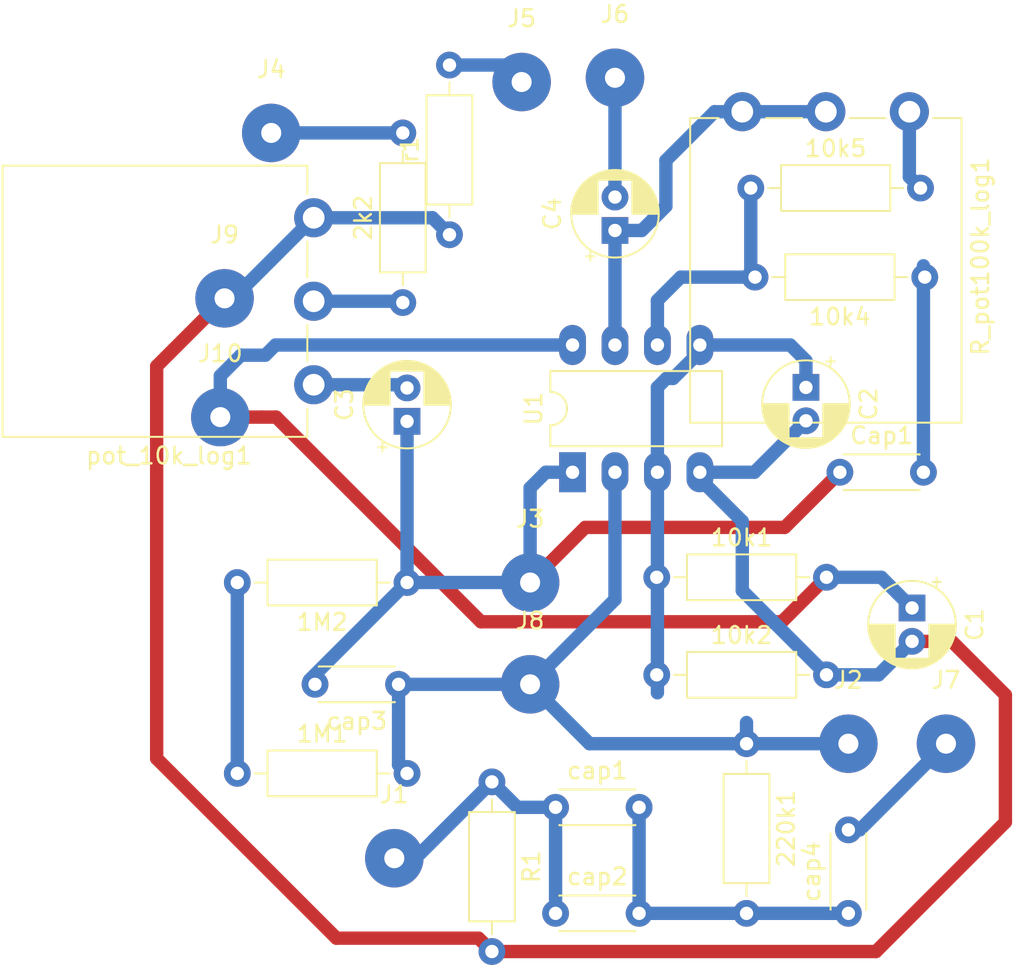
<source format=kicad_pcb>
(kicad_pcb (version 20171130) (host pcbnew 5.0.2+dfsg1-1)

  (general
    (thickness 1.6)
    (drawings 0)
    (tracks 98)
    (zones 0)
    (modules 32)
    (nets 19)
  )

  (page A4)
  (layers
    (0 F.Cu signal)
    (31 B.Cu signal)
    (32 B.Adhes user)
    (33 F.Adhes user)
    (34 B.Paste user)
    (35 F.Paste user)
    (36 B.SilkS user)
    (37 F.SilkS user)
    (38 B.Mask user)
    (39 F.Mask user)
    (40 Dwgs.User user)
    (41 Cmts.User user)
    (42 Eco1.User user)
    (43 Eco2.User user)
    (44 Edge.Cuts user)
    (45 Margin user)
    (46 B.CrtYd user)
    (47 F.CrtYd user)
    (48 B.Fab user)
    (49 F.Fab user)
  )

  (setup
    (last_trace_width 0.8)
    (user_trace_width 0.8)
    (trace_clearance 0.2)
    (zone_clearance 0.508)
    (zone_45_only no)
    (trace_min 0.2)
    (segment_width 0.2)
    (edge_width 0.15)
    (via_size 0.8)
    (via_drill 0.4)
    (via_min_size 0.4)
    (via_min_drill 0.3)
    (uvia_size 0.3)
    (uvia_drill 0.1)
    (uvias_allowed no)
    (uvia_min_size 0.2)
    (uvia_min_drill 0.1)
    (pcb_text_width 0.3)
    (pcb_text_size 1.5 1.5)
    (mod_edge_width 0.15)
    (mod_text_size 1 1)
    (mod_text_width 0.15)
    (pad_size 1.524 1.524)
    (pad_drill 0.762)
    (pad_to_mask_clearance 0.051)
    (solder_mask_min_width 0.25)
    (aux_axis_origin 0 0)
    (visible_elements FFFFFF7F)
    (pcbplotparams
      (layerselection 0x010fc_ffffffff)
      (usegerberextensions false)
      (usegerberattributes false)
      (usegerberadvancedattributes false)
      (creategerberjobfile false)
      (excludeedgelayer true)
      (linewidth 0.100000)
      (plotframeref false)
      (viasonmask false)
      (mode 1)
      (useauxorigin false)
      (hpglpennumber 1)
      (hpglpenspeed 20)
      (hpglpendiameter 15.000000)
      (psnegative false)
      (psa4output false)
      (plotreference true)
      (plotvalue true)
      (plotinvisibletext false)
      (padsonsilk false)
      (subtractmaskfromsilk false)
      (outputformat 1)
      (mirror false)
      (drillshape 1)
      (scaleselection 1)
      (outputdirectory ""))
  )

  (net 0 "")
  (net 1 "Net-(10k1-Pad1)")
  (net 2 VDD)
  (net 3 GND)
  (net 4 "Net-(10k4-Pad2)")
  (net 5 "Net-(10k4-Pad1)")
  (net 6 "Net-(10k5-Pad2)")
  (net 7 "Net-(1M1-Pad1)")
  (net 8 "Net-(1M1-Pad2)")
  (net 9 "Net-(1M2-Pad1)")
  (net 10 "Net-(220k1-Pad2)")
  (net 11 "Net-(2k2-Pad1)")
  (net 12 "Net-(2k2-Pad2)")
  (net 13 "Net-(C3-Pad2)")
  (net 14 "Net-(C4-Pad2)")
  (net 15 "Net-(C4-Pad1)")
  (net 16 "Net-(J1-Pad1)")
  (net 17 "Net-(J7-Pad1)")
  (net 18 "Net-(J5-Pad1)")

  (net_class Default "This is the default net class."
    (clearance 0.2)
    (trace_width 0.25)
    (via_dia 0.8)
    (via_drill 0.4)
    (uvia_dia 0.3)
    (uvia_drill 0.1)
    (add_net GND)
    (add_net "Net-(10k1-Pad1)")
    (add_net "Net-(10k4-Pad1)")
    (add_net "Net-(10k4-Pad2)")
    (add_net "Net-(10k5-Pad2)")
    (add_net "Net-(1M1-Pad1)")
    (add_net "Net-(1M1-Pad2)")
    (add_net "Net-(1M2-Pad1)")
    (add_net "Net-(220k1-Pad2)")
    (add_net "Net-(2k2-Pad1)")
    (add_net "Net-(2k2-Pad2)")
    (add_net "Net-(C3-Pad2)")
    (add_net "Net-(C4-Pad1)")
    (add_net "Net-(C4-Pad2)")
    (add_net "Net-(J1-Pad1)")
    (add_net "Net-(J5-Pad1)")
    (add_net "Net-(J7-Pad1)")
    (add_net VDD)
  )

  (module Resistor_THT:R_Axial_DIN0207_L6.3mm_D2.5mm_P10.16mm_Horizontal (layer F.Cu) (tedit 5AE5139B) (tstamp 6035AC1E)
    (at 258.531347 50.739801)
    (descr "Resistor, Axial_DIN0207 series, Axial, Horizontal, pin pitch=10.16mm, 0.25W = 1/4W, length*diameter=6.3*2.5mm^2, http://cdn-reichelt.de/documents/datenblatt/B400/1_4W%23YAG.pdf")
    (tags "Resistor Axial_DIN0207 series Axial Horizontal pin pitch 10.16mm 0.25W = 1/4W length 6.3mm diameter 2.5mm")
    (path /6029327C)
    (fp_text reference 10k1 (at 5.08 -2.37) (layer F.SilkS)
      (effects (font (size 1 1) (thickness 0.15)))
    )
    (fp_text value R (at 5.08 2.37) (layer F.Fab)
      (effects (font (size 1 1) (thickness 0.15)))
    )
    (fp_line (start 1.93 -1.25) (end 1.93 1.25) (layer F.Fab) (width 0.1))
    (fp_line (start 1.93 1.25) (end 8.23 1.25) (layer F.Fab) (width 0.1))
    (fp_line (start 8.23 1.25) (end 8.23 -1.25) (layer F.Fab) (width 0.1))
    (fp_line (start 8.23 -1.25) (end 1.93 -1.25) (layer F.Fab) (width 0.1))
    (fp_line (start 0 0) (end 1.93 0) (layer F.Fab) (width 0.1))
    (fp_line (start 10.16 0) (end 8.23 0) (layer F.Fab) (width 0.1))
    (fp_line (start 1.81 -1.37) (end 1.81 1.37) (layer F.SilkS) (width 0.12))
    (fp_line (start 1.81 1.37) (end 8.35 1.37) (layer F.SilkS) (width 0.12))
    (fp_line (start 8.35 1.37) (end 8.35 -1.37) (layer F.SilkS) (width 0.12))
    (fp_line (start 8.35 -1.37) (end 1.81 -1.37) (layer F.SilkS) (width 0.12))
    (fp_line (start 1.04 0) (end 1.81 0) (layer F.SilkS) (width 0.12))
    (fp_line (start 9.12 0) (end 8.35 0) (layer F.SilkS) (width 0.12))
    (fp_line (start -1.05 -1.5) (end -1.05 1.5) (layer F.CrtYd) (width 0.05))
    (fp_line (start -1.05 1.5) (end 11.21 1.5) (layer F.CrtYd) (width 0.05))
    (fp_line (start 11.21 1.5) (end 11.21 -1.5) (layer F.CrtYd) (width 0.05))
    (fp_line (start 11.21 -1.5) (end -1.05 -1.5) (layer F.CrtYd) (width 0.05))
    (fp_text user %R (at 5.08 0) (layer F.Fab)
      (effects (font (size 1 1) (thickness 0.15)))
    )
    (pad 1 thru_hole circle (at 0 0) (size 1.6 1.6) (drill 0.8) (layers *.Cu *.Mask)
      (net 1 "Net-(10k1-Pad1)"))
    (pad 2 thru_hole oval (at 10.16 0) (size 1.6 1.6) (drill 0.8) (layers *.Cu *.Mask)
      (net 2 VDD))
    (model ${KISYS3DMOD}/Resistor_THT.3dshapes/R_Axial_DIN0207_L6.3mm_D2.5mm_P10.16mm_Horizontal.wrl
      (at (xyz 0 0 0))
      (scale (xyz 1 1 1))
      (rotate (xyz 0 0 0))
    )
  )

  (module Resistor_THT:R_Axial_DIN0207_L6.3mm_D2.5mm_P10.16mm_Horizontal (layer F.Cu) (tedit 5AE5139B) (tstamp 603595D5)
    (at 258.531347 56.581801)
    (descr "Resistor, Axial_DIN0207 series, Axial, Horizontal, pin pitch=10.16mm, 0.25W = 1/4W, length*diameter=6.3*2.5mm^2, http://cdn-reichelt.de/documents/datenblatt/B400/1_4W%23YAG.pdf")
    (tags "Resistor Axial_DIN0207 series Axial Horizontal pin pitch 10.16mm 0.25W = 1/4W length 6.3mm diameter 2.5mm")
    (path /60293149)
    (fp_text reference 10k2 (at 5.08 -2.37) (layer F.SilkS)
      (effects (font (size 1 1) (thickness 0.15)))
    )
    (fp_text value R (at 5.08 2.37) (layer F.Fab)
      (effects (font (size 1 1) (thickness 0.15)))
    )
    (fp_text user %R (at 5.08 0) (layer F.Fab)
      (effects (font (size 1 1) (thickness 0.15)))
    )
    (fp_line (start 11.21 -1.5) (end -1.05 -1.5) (layer F.CrtYd) (width 0.05))
    (fp_line (start 11.21 1.5) (end 11.21 -1.5) (layer F.CrtYd) (width 0.05))
    (fp_line (start -1.05 1.5) (end 11.21 1.5) (layer F.CrtYd) (width 0.05))
    (fp_line (start -1.05 -1.5) (end -1.05 1.5) (layer F.CrtYd) (width 0.05))
    (fp_line (start 9.12 0) (end 8.35 0) (layer F.SilkS) (width 0.12))
    (fp_line (start 1.04 0) (end 1.81 0) (layer F.SilkS) (width 0.12))
    (fp_line (start 8.35 -1.37) (end 1.81 -1.37) (layer F.SilkS) (width 0.12))
    (fp_line (start 8.35 1.37) (end 8.35 -1.37) (layer F.SilkS) (width 0.12))
    (fp_line (start 1.81 1.37) (end 8.35 1.37) (layer F.SilkS) (width 0.12))
    (fp_line (start 1.81 -1.37) (end 1.81 1.37) (layer F.SilkS) (width 0.12))
    (fp_line (start 10.16 0) (end 8.23 0) (layer F.Fab) (width 0.1))
    (fp_line (start 0 0) (end 1.93 0) (layer F.Fab) (width 0.1))
    (fp_line (start 8.23 -1.25) (end 1.93 -1.25) (layer F.Fab) (width 0.1))
    (fp_line (start 8.23 1.25) (end 8.23 -1.25) (layer F.Fab) (width 0.1))
    (fp_line (start 1.93 1.25) (end 8.23 1.25) (layer F.Fab) (width 0.1))
    (fp_line (start 1.93 -1.25) (end 1.93 1.25) (layer F.Fab) (width 0.1))
    (pad 2 thru_hole oval (at 10.16 0) (size 1.6 1.6) (drill 0.8) (layers *.Cu *.Mask)
      (net 3 GND))
    (pad 1 thru_hole circle (at 0 0) (size 1.6 1.6) (drill 0.8) (layers *.Cu *.Mask)
      (net 1 "Net-(10k1-Pad1)"))
    (model ${KISYS3DMOD}/Resistor_THT.3dshapes/R_Axial_DIN0207_L6.3mm_D2.5mm_P10.16mm_Horizontal.wrl
      (at (xyz 0 0 0))
      (scale (xyz 1 1 1))
      (rotate (xyz 0 0 0))
    )
  )

  (module Resistor_THT:R_Axial_DIN0207_L6.3mm_D2.5mm_P10.16mm_Horizontal (layer F.Cu) (tedit 5AE5139B) (tstamp 603595EC)
    (at 274.574 32.766 180)
    (descr "Resistor, Axial_DIN0207 series, Axial, Horizontal, pin pitch=10.16mm, 0.25W = 1/4W, length*diameter=6.3*2.5mm^2, http://cdn-reichelt.de/documents/datenblatt/B400/1_4W%23YAG.pdf")
    (tags "Resistor Axial_DIN0207 series Axial Horizontal pin pitch 10.16mm 0.25W = 1/4W length 6.3mm diameter 2.5mm")
    (path /60297FEE)
    (fp_text reference 10k4 (at 5.08 -2.37 180) (layer F.SilkS)
      (effects (font (size 1 1) (thickness 0.15)))
    )
    (fp_text value R (at 5.08 2.37 180) (layer F.Fab)
      (effects (font (size 1 1) (thickness 0.15)))
    )
    (fp_text user %R (at 5.08 0 180) (layer F.Fab)
      (effects (font (size 1 1) (thickness 0.15)))
    )
    (fp_line (start 11.21 -1.5) (end -1.05 -1.5) (layer F.CrtYd) (width 0.05))
    (fp_line (start 11.21 1.5) (end 11.21 -1.5) (layer F.CrtYd) (width 0.05))
    (fp_line (start -1.05 1.5) (end 11.21 1.5) (layer F.CrtYd) (width 0.05))
    (fp_line (start -1.05 -1.5) (end -1.05 1.5) (layer F.CrtYd) (width 0.05))
    (fp_line (start 9.12 0) (end 8.35 0) (layer F.SilkS) (width 0.12))
    (fp_line (start 1.04 0) (end 1.81 0) (layer F.SilkS) (width 0.12))
    (fp_line (start 8.35 -1.37) (end 1.81 -1.37) (layer F.SilkS) (width 0.12))
    (fp_line (start 8.35 1.37) (end 8.35 -1.37) (layer F.SilkS) (width 0.12))
    (fp_line (start 1.81 1.37) (end 8.35 1.37) (layer F.SilkS) (width 0.12))
    (fp_line (start 1.81 -1.37) (end 1.81 1.37) (layer F.SilkS) (width 0.12))
    (fp_line (start 10.16 0) (end 8.23 0) (layer F.Fab) (width 0.1))
    (fp_line (start 0 0) (end 1.93 0) (layer F.Fab) (width 0.1))
    (fp_line (start 8.23 -1.25) (end 1.93 -1.25) (layer F.Fab) (width 0.1))
    (fp_line (start 8.23 1.25) (end 8.23 -1.25) (layer F.Fab) (width 0.1))
    (fp_line (start 1.93 1.25) (end 8.23 1.25) (layer F.Fab) (width 0.1))
    (fp_line (start 1.93 -1.25) (end 1.93 1.25) (layer F.Fab) (width 0.1))
    (pad 2 thru_hole oval (at 10.16 0 180) (size 1.6 1.6) (drill 0.8) (layers *.Cu *.Mask)
      (net 4 "Net-(10k4-Pad2)"))
    (pad 1 thru_hole circle (at 0 0 180) (size 1.6 1.6) (drill 0.8) (layers *.Cu *.Mask)
      (net 5 "Net-(10k4-Pad1)"))
    (model ${KISYS3DMOD}/Resistor_THT.3dshapes/R_Axial_DIN0207_L6.3mm_D2.5mm_P10.16mm_Horizontal.wrl
      (at (xyz 0 0 0))
      (scale (xyz 1 1 1))
      (rotate (xyz 0 0 0))
    )
  )

  (module Resistor_THT:R_Axial_DIN0207_L6.3mm_D2.5mm_P10.16mm_Horizontal (layer F.Cu) (tedit 5AE5139B) (tstamp 60359603)
    (at 264.16 27.432)
    (descr "Resistor, Axial_DIN0207 series, Axial, Horizontal, pin pitch=10.16mm, 0.25W = 1/4W, length*diameter=6.3*2.5mm^2, http://cdn-reichelt.de/documents/datenblatt/B400/1_4W%23YAG.pdf")
    (tags "Resistor Axial_DIN0207 series Axial Horizontal pin pitch 10.16mm 0.25W = 1/4W length 6.3mm diameter 2.5mm")
    (path /6029A5D9)
    (fp_text reference 10k5 (at 5.08 -2.37) (layer F.SilkS)
      (effects (font (size 1 1) (thickness 0.15)))
    )
    (fp_text value R (at 5.08 2.37) (layer F.Fab)
      (effects (font (size 1 1) (thickness 0.15)))
    )
    (fp_text user %R (at 5.08 0) (layer F.Fab)
      (effects (font (size 1 1) (thickness 0.15)))
    )
    (fp_line (start 11.21 -1.5) (end -1.05 -1.5) (layer F.CrtYd) (width 0.05))
    (fp_line (start 11.21 1.5) (end 11.21 -1.5) (layer F.CrtYd) (width 0.05))
    (fp_line (start -1.05 1.5) (end 11.21 1.5) (layer F.CrtYd) (width 0.05))
    (fp_line (start -1.05 -1.5) (end -1.05 1.5) (layer F.CrtYd) (width 0.05))
    (fp_line (start 9.12 0) (end 8.35 0) (layer F.SilkS) (width 0.12))
    (fp_line (start 1.04 0) (end 1.81 0) (layer F.SilkS) (width 0.12))
    (fp_line (start 8.35 -1.37) (end 1.81 -1.37) (layer F.SilkS) (width 0.12))
    (fp_line (start 8.35 1.37) (end 8.35 -1.37) (layer F.SilkS) (width 0.12))
    (fp_line (start 1.81 1.37) (end 8.35 1.37) (layer F.SilkS) (width 0.12))
    (fp_line (start 1.81 -1.37) (end 1.81 1.37) (layer F.SilkS) (width 0.12))
    (fp_line (start 10.16 0) (end 8.23 0) (layer F.Fab) (width 0.1))
    (fp_line (start 0 0) (end 1.93 0) (layer F.Fab) (width 0.1))
    (fp_line (start 8.23 -1.25) (end 1.93 -1.25) (layer F.Fab) (width 0.1))
    (fp_line (start 8.23 1.25) (end 8.23 -1.25) (layer F.Fab) (width 0.1))
    (fp_line (start 1.93 1.25) (end 8.23 1.25) (layer F.Fab) (width 0.1))
    (fp_line (start 1.93 -1.25) (end 1.93 1.25) (layer F.Fab) (width 0.1))
    (pad 2 thru_hole oval (at 10.16 0) (size 1.6 1.6) (drill 0.8) (layers *.Cu *.Mask)
      (net 6 "Net-(10k5-Pad2)"))
    (pad 1 thru_hole circle (at 0 0) (size 1.6 1.6) (drill 0.8) (layers *.Cu *.Mask)
      (net 4 "Net-(10k4-Pad2)"))
    (model ${KISYS3DMOD}/Resistor_THT.3dshapes/R_Axial_DIN0207_L6.3mm_D2.5mm_P10.16mm_Horizontal.wrl
      (at (xyz 0 0 0))
      (scale (xyz 1 1 1))
      (rotate (xyz 0 0 0))
    )
  )

  (module Resistor_THT:R_Axial_DIN0207_L6.3mm_D2.5mm_P10.16mm_Horizontal (layer F.Cu) (tedit 5AE5139B) (tstamp 6035961A)
    (at 233.426 62.484)
    (descr "Resistor, Axial_DIN0207 series, Axial, Horizontal, pin pitch=10.16mm, 0.25W = 1/4W, length*diameter=6.3*2.5mm^2, http://cdn-reichelt.de/documents/datenblatt/B400/1_4W%23YAG.pdf")
    (tags "Resistor Axial_DIN0207 series Axial Horizontal pin pitch 10.16mm 0.25W = 1/4W length 6.3mm diameter 2.5mm")
    (path /602924B7)
    (fp_text reference 1M1 (at 5.08 -2.37) (layer F.SilkS)
      (effects (font (size 1 1) (thickness 0.15)))
    )
    (fp_text value R (at 5.08 2.37) (layer F.Fab)
      (effects (font (size 1 1) (thickness 0.15)))
    )
    (fp_line (start 1.93 -1.25) (end 1.93 1.25) (layer F.Fab) (width 0.1))
    (fp_line (start 1.93 1.25) (end 8.23 1.25) (layer F.Fab) (width 0.1))
    (fp_line (start 8.23 1.25) (end 8.23 -1.25) (layer F.Fab) (width 0.1))
    (fp_line (start 8.23 -1.25) (end 1.93 -1.25) (layer F.Fab) (width 0.1))
    (fp_line (start 0 0) (end 1.93 0) (layer F.Fab) (width 0.1))
    (fp_line (start 10.16 0) (end 8.23 0) (layer F.Fab) (width 0.1))
    (fp_line (start 1.81 -1.37) (end 1.81 1.37) (layer F.SilkS) (width 0.12))
    (fp_line (start 1.81 1.37) (end 8.35 1.37) (layer F.SilkS) (width 0.12))
    (fp_line (start 8.35 1.37) (end 8.35 -1.37) (layer F.SilkS) (width 0.12))
    (fp_line (start 8.35 -1.37) (end 1.81 -1.37) (layer F.SilkS) (width 0.12))
    (fp_line (start 1.04 0) (end 1.81 0) (layer F.SilkS) (width 0.12))
    (fp_line (start 9.12 0) (end 8.35 0) (layer F.SilkS) (width 0.12))
    (fp_line (start -1.05 -1.5) (end -1.05 1.5) (layer F.CrtYd) (width 0.05))
    (fp_line (start -1.05 1.5) (end 11.21 1.5) (layer F.CrtYd) (width 0.05))
    (fp_line (start 11.21 1.5) (end 11.21 -1.5) (layer F.CrtYd) (width 0.05))
    (fp_line (start 11.21 -1.5) (end -1.05 -1.5) (layer F.CrtYd) (width 0.05))
    (fp_text user %R (at 5.08 0) (layer F.Fab)
      (effects (font (size 1 1) (thickness 0.15)))
    )
    (pad 1 thru_hole circle (at 0 0) (size 1.6 1.6) (drill 0.8) (layers *.Cu *.Mask)
      (net 7 "Net-(1M1-Pad1)"))
    (pad 2 thru_hole oval (at 10.16 0) (size 1.6 1.6) (drill 0.8) (layers *.Cu *.Mask)
      (net 8 "Net-(1M1-Pad2)"))
    (model ${KISYS3DMOD}/Resistor_THT.3dshapes/R_Axial_DIN0207_L6.3mm_D2.5mm_P10.16mm_Horizontal.wrl
      (at (xyz 0 0 0))
      (scale (xyz 1 1 1))
      (rotate (xyz 0 0 0))
    )
  )

  (module Resistor_THT:R_Axial_DIN0207_L6.3mm_D2.5mm_P10.16mm_Horizontal (layer F.Cu) (tedit 5AE5139B) (tstamp 60359631)
    (at 243.586 51.054 180)
    (descr "Resistor, Axial_DIN0207 series, Axial, Horizontal, pin pitch=10.16mm, 0.25W = 1/4W, length*diameter=6.3*2.5mm^2, http://cdn-reichelt.de/documents/datenblatt/B400/1_4W%23YAG.pdf")
    (tags "Resistor Axial_DIN0207 series Axial Horizontal pin pitch 10.16mm 0.25W = 1/4W length 6.3mm diameter 2.5mm")
    (path /6029241B)
    (fp_text reference 1M2 (at 5.08 -2.37 180) (layer F.SilkS)
      (effects (font (size 1 1) (thickness 0.15)))
    )
    (fp_text value R (at 5.08 2.37 180) (layer F.Fab)
      (effects (font (size 1 1) (thickness 0.15)))
    )
    (fp_text user %R (at 5.08 0 180) (layer F.Fab)
      (effects (font (size 1 1) (thickness 0.15)))
    )
    (fp_line (start 11.21 -1.5) (end -1.05 -1.5) (layer F.CrtYd) (width 0.05))
    (fp_line (start 11.21 1.5) (end 11.21 -1.5) (layer F.CrtYd) (width 0.05))
    (fp_line (start -1.05 1.5) (end 11.21 1.5) (layer F.CrtYd) (width 0.05))
    (fp_line (start -1.05 -1.5) (end -1.05 1.5) (layer F.CrtYd) (width 0.05))
    (fp_line (start 9.12 0) (end 8.35 0) (layer F.SilkS) (width 0.12))
    (fp_line (start 1.04 0) (end 1.81 0) (layer F.SilkS) (width 0.12))
    (fp_line (start 8.35 -1.37) (end 1.81 -1.37) (layer F.SilkS) (width 0.12))
    (fp_line (start 8.35 1.37) (end 8.35 -1.37) (layer F.SilkS) (width 0.12))
    (fp_line (start 1.81 1.37) (end 8.35 1.37) (layer F.SilkS) (width 0.12))
    (fp_line (start 1.81 -1.37) (end 1.81 1.37) (layer F.SilkS) (width 0.12))
    (fp_line (start 10.16 0) (end 8.23 0) (layer F.Fab) (width 0.1))
    (fp_line (start 0 0) (end 1.93 0) (layer F.Fab) (width 0.1))
    (fp_line (start 8.23 -1.25) (end 1.93 -1.25) (layer F.Fab) (width 0.1))
    (fp_line (start 8.23 1.25) (end 8.23 -1.25) (layer F.Fab) (width 0.1))
    (fp_line (start 1.93 1.25) (end 8.23 1.25) (layer F.Fab) (width 0.1))
    (fp_line (start 1.93 -1.25) (end 1.93 1.25) (layer F.Fab) (width 0.1))
    (pad 2 thru_hole oval (at 10.16 0 180) (size 1.6 1.6) (drill 0.8) (layers *.Cu *.Mask)
      (net 7 "Net-(1M1-Pad1)"))
    (pad 1 thru_hole circle (at 0 0 180) (size 1.6 1.6) (drill 0.8) (layers *.Cu *.Mask)
      (net 9 "Net-(1M2-Pad1)"))
    (model ${KISYS3DMOD}/Resistor_THT.3dshapes/R_Axial_DIN0207_L6.3mm_D2.5mm_P10.16mm_Horizontal.wrl
      (at (xyz 0 0 0))
      (scale (xyz 1 1 1))
      (rotate (xyz 0 0 0))
    )
  )

  (module Resistor_THT:R_Axial_DIN0207_L6.3mm_D2.5mm_P10.16mm_Horizontal (layer F.Cu) (tedit 5AE5139B) (tstamp 6035A8AA)
    (at 263.906 60.706 270)
    (descr "Resistor, Axial_DIN0207 series, Axial, Horizontal, pin pitch=10.16mm, 0.25W = 1/4W, length*diameter=6.3*2.5mm^2, http://cdn-reichelt.de/documents/datenblatt/B400/1_4W%23YAG.pdf")
    (tags "Resistor Axial_DIN0207 series Axial Horizontal pin pitch 10.16mm 0.25W = 1/4W length 6.3mm diameter 2.5mm")
    (path /60291736)
    (fp_text reference 220k1 (at 5.08 -2.37 270) (layer F.SilkS)
      (effects (font (size 1 1) (thickness 0.15)))
    )
    (fp_text value R (at 5.08 2.37 270) (layer F.Fab)
      (effects (font (size 1 1) (thickness 0.15)))
    )
    (fp_line (start 1.93 -1.25) (end 1.93 1.25) (layer F.Fab) (width 0.1))
    (fp_line (start 1.93 1.25) (end 8.23 1.25) (layer F.Fab) (width 0.1))
    (fp_line (start 8.23 1.25) (end 8.23 -1.25) (layer F.Fab) (width 0.1))
    (fp_line (start 8.23 -1.25) (end 1.93 -1.25) (layer F.Fab) (width 0.1))
    (fp_line (start 0 0) (end 1.93 0) (layer F.Fab) (width 0.1))
    (fp_line (start 10.16 0) (end 8.23 0) (layer F.Fab) (width 0.1))
    (fp_line (start 1.81 -1.37) (end 1.81 1.37) (layer F.SilkS) (width 0.12))
    (fp_line (start 1.81 1.37) (end 8.35 1.37) (layer F.SilkS) (width 0.12))
    (fp_line (start 8.35 1.37) (end 8.35 -1.37) (layer F.SilkS) (width 0.12))
    (fp_line (start 8.35 -1.37) (end 1.81 -1.37) (layer F.SilkS) (width 0.12))
    (fp_line (start 1.04 0) (end 1.81 0) (layer F.SilkS) (width 0.12))
    (fp_line (start 9.12 0) (end 8.35 0) (layer F.SilkS) (width 0.12))
    (fp_line (start -1.05 -1.5) (end -1.05 1.5) (layer F.CrtYd) (width 0.05))
    (fp_line (start -1.05 1.5) (end 11.21 1.5) (layer F.CrtYd) (width 0.05))
    (fp_line (start 11.21 1.5) (end 11.21 -1.5) (layer F.CrtYd) (width 0.05))
    (fp_line (start 11.21 -1.5) (end -1.05 -1.5) (layer F.CrtYd) (width 0.05))
    (fp_text user %R (at 5.08 0 270) (layer F.Fab)
      (effects (font (size 1 1) (thickness 0.15)))
    )
    (pad 1 thru_hole circle (at 0 0 270) (size 1.6 1.6) (drill 0.8) (layers *.Cu *.Mask)
      (net 8 "Net-(1M1-Pad2)"))
    (pad 2 thru_hole oval (at 10.16 0 270) (size 1.6 1.6) (drill 0.8) (layers *.Cu *.Mask)
      (net 10 "Net-(220k1-Pad2)"))
    (model ${KISYS3DMOD}/Resistor_THT.3dshapes/R_Axial_DIN0207_L6.3mm_D2.5mm_P10.16mm_Horizontal.wrl
      (at (xyz 0 0 0))
      (scale (xyz 1 1 1))
      (rotate (xyz 0 0 0))
    )
  )

  (module Resistor_THT:R_Axial_DIN0207_L6.3mm_D2.5mm_P10.16mm_Horizontal (layer F.Cu) (tedit 5AE5139B) (tstamp 6035965F)
    (at 243.332 34.29 90)
    (descr "Resistor, Axial_DIN0207 series, Axial, Horizontal, pin pitch=10.16mm, 0.25W = 1/4W, length*diameter=6.3*2.5mm^2, http://cdn-reichelt.de/documents/datenblatt/B400/1_4W%23YAG.pdf")
    (tags "Resistor Axial_DIN0207 series Axial Horizontal pin pitch 10.16mm 0.25W = 1/4W length 6.3mm diameter 2.5mm")
    (path /60296DA5)
    (fp_text reference 2k2 (at 5.08 -2.37 90) (layer F.SilkS)
      (effects (font (size 1 1) (thickness 0.15)))
    )
    (fp_text value R (at 5.08 2.37 90) (layer F.Fab)
      (effects (font (size 1 1) (thickness 0.15)))
    )
    (fp_line (start 1.93 -1.25) (end 1.93 1.25) (layer F.Fab) (width 0.1))
    (fp_line (start 1.93 1.25) (end 8.23 1.25) (layer F.Fab) (width 0.1))
    (fp_line (start 8.23 1.25) (end 8.23 -1.25) (layer F.Fab) (width 0.1))
    (fp_line (start 8.23 -1.25) (end 1.93 -1.25) (layer F.Fab) (width 0.1))
    (fp_line (start 0 0) (end 1.93 0) (layer F.Fab) (width 0.1))
    (fp_line (start 10.16 0) (end 8.23 0) (layer F.Fab) (width 0.1))
    (fp_line (start 1.81 -1.37) (end 1.81 1.37) (layer F.SilkS) (width 0.12))
    (fp_line (start 1.81 1.37) (end 8.35 1.37) (layer F.SilkS) (width 0.12))
    (fp_line (start 8.35 1.37) (end 8.35 -1.37) (layer F.SilkS) (width 0.12))
    (fp_line (start 8.35 -1.37) (end 1.81 -1.37) (layer F.SilkS) (width 0.12))
    (fp_line (start 1.04 0) (end 1.81 0) (layer F.SilkS) (width 0.12))
    (fp_line (start 9.12 0) (end 8.35 0) (layer F.SilkS) (width 0.12))
    (fp_line (start -1.05 -1.5) (end -1.05 1.5) (layer F.CrtYd) (width 0.05))
    (fp_line (start -1.05 1.5) (end 11.21 1.5) (layer F.CrtYd) (width 0.05))
    (fp_line (start 11.21 1.5) (end 11.21 -1.5) (layer F.CrtYd) (width 0.05))
    (fp_line (start 11.21 -1.5) (end -1.05 -1.5) (layer F.CrtYd) (width 0.05))
    (fp_text user %R (at 5.08 0 90) (layer F.Fab)
      (effects (font (size 1 1) (thickness 0.15)))
    )
    (pad 1 thru_hole circle (at 0 0 90) (size 1.6 1.6) (drill 0.8) (layers *.Cu *.Mask)
      (net 11 "Net-(2k2-Pad1)"))
    (pad 2 thru_hole oval (at 10.16 0 90) (size 1.6 1.6) (drill 0.8) (layers *.Cu *.Mask)
      (net 12 "Net-(2k2-Pad2)"))
    (model ${KISYS3DMOD}/Resistor_THT.3dshapes/R_Axial_DIN0207_L6.3mm_D2.5mm_P10.16mm_Horizontal.wrl
      (at (xyz 0 0 0))
      (scale (xyz 1 1 1))
      (rotate (xyz 0 0 0))
    )
  )

  (module Capacitor_THT:CP_Radial_D5.0mm_P2.00mm (layer F.Cu) (tedit 5AE50EF0) (tstamp 603596E2)
    (at 273.812 52.578 270)
    (descr "CP, Radial series, Radial, pin pitch=2.00mm, , diameter=5mm, Electrolytic Capacitor")
    (tags "CP Radial series Radial pin pitch 2.00mm  diameter 5mm Electrolytic Capacitor")
    (path /60293FD8)
    (fp_text reference C1 (at 1 -3.75 270) (layer F.SilkS)
      (effects (font (size 1 1) (thickness 0.15)))
    )
    (fp_text value 10uF (at 1 3.75 270) (layer F.Fab)
      (effects (font (size 1 1) (thickness 0.15)))
    )
    (fp_circle (center 1 0) (end 3.5 0) (layer F.Fab) (width 0.1))
    (fp_circle (center 1 0) (end 3.62 0) (layer F.SilkS) (width 0.12))
    (fp_circle (center 1 0) (end 3.75 0) (layer F.CrtYd) (width 0.05))
    (fp_line (start -1.133605 -1.0875) (end -0.633605 -1.0875) (layer F.Fab) (width 0.1))
    (fp_line (start -0.883605 -1.3375) (end -0.883605 -0.8375) (layer F.Fab) (width 0.1))
    (fp_line (start 1 1.04) (end 1 2.58) (layer F.SilkS) (width 0.12))
    (fp_line (start 1 -2.58) (end 1 -1.04) (layer F.SilkS) (width 0.12))
    (fp_line (start 1.04 1.04) (end 1.04 2.58) (layer F.SilkS) (width 0.12))
    (fp_line (start 1.04 -2.58) (end 1.04 -1.04) (layer F.SilkS) (width 0.12))
    (fp_line (start 1.08 -2.579) (end 1.08 -1.04) (layer F.SilkS) (width 0.12))
    (fp_line (start 1.08 1.04) (end 1.08 2.579) (layer F.SilkS) (width 0.12))
    (fp_line (start 1.12 -2.578) (end 1.12 -1.04) (layer F.SilkS) (width 0.12))
    (fp_line (start 1.12 1.04) (end 1.12 2.578) (layer F.SilkS) (width 0.12))
    (fp_line (start 1.16 -2.576) (end 1.16 -1.04) (layer F.SilkS) (width 0.12))
    (fp_line (start 1.16 1.04) (end 1.16 2.576) (layer F.SilkS) (width 0.12))
    (fp_line (start 1.2 -2.573) (end 1.2 -1.04) (layer F.SilkS) (width 0.12))
    (fp_line (start 1.2 1.04) (end 1.2 2.573) (layer F.SilkS) (width 0.12))
    (fp_line (start 1.24 -2.569) (end 1.24 -1.04) (layer F.SilkS) (width 0.12))
    (fp_line (start 1.24 1.04) (end 1.24 2.569) (layer F.SilkS) (width 0.12))
    (fp_line (start 1.28 -2.565) (end 1.28 -1.04) (layer F.SilkS) (width 0.12))
    (fp_line (start 1.28 1.04) (end 1.28 2.565) (layer F.SilkS) (width 0.12))
    (fp_line (start 1.32 -2.561) (end 1.32 -1.04) (layer F.SilkS) (width 0.12))
    (fp_line (start 1.32 1.04) (end 1.32 2.561) (layer F.SilkS) (width 0.12))
    (fp_line (start 1.36 -2.556) (end 1.36 -1.04) (layer F.SilkS) (width 0.12))
    (fp_line (start 1.36 1.04) (end 1.36 2.556) (layer F.SilkS) (width 0.12))
    (fp_line (start 1.4 -2.55) (end 1.4 -1.04) (layer F.SilkS) (width 0.12))
    (fp_line (start 1.4 1.04) (end 1.4 2.55) (layer F.SilkS) (width 0.12))
    (fp_line (start 1.44 -2.543) (end 1.44 -1.04) (layer F.SilkS) (width 0.12))
    (fp_line (start 1.44 1.04) (end 1.44 2.543) (layer F.SilkS) (width 0.12))
    (fp_line (start 1.48 -2.536) (end 1.48 -1.04) (layer F.SilkS) (width 0.12))
    (fp_line (start 1.48 1.04) (end 1.48 2.536) (layer F.SilkS) (width 0.12))
    (fp_line (start 1.52 -2.528) (end 1.52 -1.04) (layer F.SilkS) (width 0.12))
    (fp_line (start 1.52 1.04) (end 1.52 2.528) (layer F.SilkS) (width 0.12))
    (fp_line (start 1.56 -2.52) (end 1.56 -1.04) (layer F.SilkS) (width 0.12))
    (fp_line (start 1.56 1.04) (end 1.56 2.52) (layer F.SilkS) (width 0.12))
    (fp_line (start 1.6 -2.511) (end 1.6 -1.04) (layer F.SilkS) (width 0.12))
    (fp_line (start 1.6 1.04) (end 1.6 2.511) (layer F.SilkS) (width 0.12))
    (fp_line (start 1.64 -2.501) (end 1.64 -1.04) (layer F.SilkS) (width 0.12))
    (fp_line (start 1.64 1.04) (end 1.64 2.501) (layer F.SilkS) (width 0.12))
    (fp_line (start 1.68 -2.491) (end 1.68 -1.04) (layer F.SilkS) (width 0.12))
    (fp_line (start 1.68 1.04) (end 1.68 2.491) (layer F.SilkS) (width 0.12))
    (fp_line (start 1.721 -2.48) (end 1.721 -1.04) (layer F.SilkS) (width 0.12))
    (fp_line (start 1.721 1.04) (end 1.721 2.48) (layer F.SilkS) (width 0.12))
    (fp_line (start 1.761 -2.468) (end 1.761 -1.04) (layer F.SilkS) (width 0.12))
    (fp_line (start 1.761 1.04) (end 1.761 2.468) (layer F.SilkS) (width 0.12))
    (fp_line (start 1.801 -2.455) (end 1.801 -1.04) (layer F.SilkS) (width 0.12))
    (fp_line (start 1.801 1.04) (end 1.801 2.455) (layer F.SilkS) (width 0.12))
    (fp_line (start 1.841 -2.442) (end 1.841 -1.04) (layer F.SilkS) (width 0.12))
    (fp_line (start 1.841 1.04) (end 1.841 2.442) (layer F.SilkS) (width 0.12))
    (fp_line (start 1.881 -2.428) (end 1.881 -1.04) (layer F.SilkS) (width 0.12))
    (fp_line (start 1.881 1.04) (end 1.881 2.428) (layer F.SilkS) (width 0.12))
    (fp_line (start 1.921 -2.414) (end 1.921 -1.04) (layer F.SilkS) (width 0.12))
    (fp_line (start 1.921 1.04) (end 1.921 2.414) (layer F.SilkS) (width 0.12))
    (fp_line (start 1.961 -2.398) (end 1.961 -1.04) (layer F.SilkS) (width 0.12))
    (fp_line (start 1.961 1.04) (end 1.961 2.398) (layer F.SilkS) (width 0.12))
    (fp_line (start 2.001 -2.382) (end 2.001 -1.04) (layer F.SilkS) (width 0.12))
    (fp_line (start 2.001 1.04) (end 2.001 2.382) (layer F.SilkS) (width 0.12))
    (fp_line (start 2.041 -2.365) (end 2.041 -1.04) (layer F.SilkS) (width 0.12))
    (fp_line (start 2.041 1.04) (end 2.041 2.365) (layer F.SilkS) (width 0.12))
    (fp_line (start 2.081 -2.348) (end 2.081 -1.04) (layer F.SilkS) (width 0.12))
    (fp_line (start 2.081 1.04) (end 2.081 2.348) (layer F.SilkS) (width 0.12))
    (fp_line (start 2.121 -2.329) (end 2.121 -1.04) (layer F.SilkS) (width 0.12))
    (fp_line (start 2.121 1.04) (end 2.121 2.329) (layer F.SilkS) (width 0.12))
    (fp_line (start 2.161 -2.31) (end 2.161 -1.04) (layer F.SilkS) (width 0.12))
    (fp_line (start 2.161 1.04) (end 2.161 2.31) (layer F.SilkS) (width 0.12))
    (fp_line (start 2.201 -2.29) (end 2.201 -1.04) (layer F.SilkS) (width 0.12))
    (fp_line (start 2.201 1.04) (end 2.201 2.29) (layer F.SilkS) (width 0.12))
    (fp_line (start 2.241 -2.268) (end 2.241 -1.04) (layer F.SilkS) (width 0.12))
    (fp_line (start 2.241 1.04) (end 2.241 2.268) (layer F.SilkS) (width 0.12))
    (fp_line (start 2.281 -2.247) (end 2.281 -1.04) (layer F.SilkS) (width 0.12))
    (fp_line (start 2.281 1.04) (end 2.281 2.247) (layer F.SilkS) (width 0.12))
    (fp_line (start 2.321 -2.224) (end 2.321 -1.04) (layer F.SilkS) (width 0.12))
    (fp_line (start 2.321 1.04) (end 2.321 2.224) (layer F.SilkS) (width 0.12))
    (fp_line (start 2.361 -2.2) (end 2.361 -1.04) (layer F.SilkS) (width 0.12))
    (fp_line (start 2.361 1.04) (end 2.361 2.2) (layer F.SilkS) (width 0.12))
    (fp_line (start 2.401 -2.175) (end 2.401 -1.04) (layer F.SilkS) (width 0.12))
    (fp_line (start 2.401 1.04) (end 2.401 2.175) (layer F.SilkS) (width 0.12))
    (fp_line (start 2.441 -2.149) (end 2.441 -1.04) (layer F.SilkS) (width 0.12))
    (fp_line (start 2.441 1.04) (end 2.441 2.149) (layer F.SilkS) (width 0.12))
    (fp_line (start 2.481 -2.122) (end 2.481 -1.04) (layer F.SilkS) (width 0.12))
    (fp_line (start 2.481 1.04) (end 2.481 2.122) (layer F.SilkS) (width 0.12))
    (fp_line (start 2.521 -2.095) (end 2.521 -1.04) (layer F.SilkS) (width 0.12))
    (fp_line (start 2.521 1.04) (end 2.521 2.095) (layer F.SilkS) (width 0.12))
    (fp_line (start 2.561 -2.065) (end 2.561 -1.04) (layer F.SilkS) (width 0.12))
    (fp_line (start 2.561 1.04) (end 2.561 2.065) (layer F.SilkS) (width 0.12))
    (fp_line (start 2.601 -2.035) (end 2.601 -1.04) (layer F.SilkS) (width 0.12))
    (fp_line (start 2.601 1.04) (end 2.601 2.035) (layer F.SilkS) (width 0.12))
    (fp_line (start 2.641 -2.004) (end 2.641 -1.04) (layer F.SilkS) (width 0.12))
    (fp_line (start 2.641 1.04) (end 2.641 2.004) (layer F.SilkS) (width 0.12))
    (fp_line (start 2.681 -1.971) (end 2.681 -1.04) (layer F.SilkS) (width 0.12))
    (fp_line (start 2.681 1.04) (end 2.681 1.971) (layer F.SilkS) (width 0.12))
    (fp_line (start 2.721 -1.937) (end 2.721 -1.04) (layer F.SilkS) (width 0.12))
    (fp_line (start 2.721 1.04) (end 2.721 1.937) (layer F.SilkS) (width 0.12))
    (fp_line (start 2.761 -1.901) (end 2.761 -1.04) (layer F.SilkS) (width 0.12))
    (fp_line (start 2.761 1.04) (end 2.761 1.901) (layer F.SilkS) (width 0.12))
    (fp_line (start 2.801 -1.864) (end 2.801 -1.04) (layer F.SilkS) (width 0.12))
    (fp_line (start 2.801 1.04) (end 2.801 1.864) (layer F.SilkS) (width 0.12))
    (fp_line (start 2.841 -1.826) (end 2.841 -1.04) (layer F.SilkS) (width 0.12))
    (fp_line (start 2.841 1.04) (end 2.841 1.826) (layer F.SilkS) (width 0.12))
    (fp_line (start 2.881 -1.785) (end 2.881 -1.04) (layer F.SilkS) (width 0.12))
    (fp_line (start 2.881 1.04) (end 2.881 1.785) (layer F.SilkS) (width 0.12))
    (fp_line (start 2.921 -1.743) (end 2.921 -1.04) (layer F.SilkS) (width 0.12))
    (fp_line (start 2.921 1.04) (end 2.921 1.743) (layer F.SilkS) (width 0.12))
    (fp_line (start 2.961 -1.699) (end 2.961 -1.04) (layer F.SilkS) (width 0.12))
    (fp_line (start 2.961 1.04) (end 2.961 1.699) (layer F.SilkS) (width 0.12))
    (fp_line (start 3.001 -1.653) (end 3.001 -1.04) (layer F.SilkS) (width 0.12))
    (fp_line (start 3.001 1.04) (end 3.001 1.653) (layer F.SilkS) (width 0.12))
    (fp_line (start 3.041 -1.605) (end 3.041 1.605) (layer F.SilkS) (width 0.12))
    (fp_line (start 3.081 -1.554) (end 3.081 1.554) (layer F.SilkS) (width 0.12))
    (fp_line (start 3.121 -1.5) (end 3.121 1.5) (layer F.SilkS) (width 0.12))
    (fp_line (start 3.161 -1.443) (end 3.161 1.443) (layer F.SilkS) (width 0.12))
    (fp_line (start 3.201 -1.383) (end 3.201 1.383) (layer F.SilkS) (width 0.12))
    (fp_line (start 3.241 -1.319) (end 3.241 1.319) (layer F.SilkS) (width 0.12))
    (fp_line (start 3.281 -1.251) (end 3.281 1.251) (layer F.SilkS) (width 0.12))
    (fp_line (start 3.321 -1.178) (end 3.321 1.178) (layer F.SilkS) (width 0.12))
    (fp_line (start 3.361 -1.098) (end 3.361 1.098) (layer F.SilkS) (width 0.12))
    (fp_line (start 3.401 -1.011) (end 3.401 1.011) (layer F.SilkS) (width 0.12))
    (fp_line (start 3.441 -0.915) (end 3.441 0.915) (layer F.SilkS) (width 0.12))
    (fp_line (start 3.481 -0.805) (end 3.481 0.805) (layer F.SilkS) (width 0.12))
    (fp_line (start 3.521 -0.677) (end 3.521 0.677) (layer F.SilkS) (width 0.12))
    (fp_line (start 3.561 -0.518) (end 3.561 0.518) (layer F.SilkS) (width 0.12))
    (fp_line (start 3.601 -0.284) (end 3.601 0.284) (layer F.SilkS) (width 0.12))
    (fp_line (start -1.804775 -1.475) (end -1.304775 -1.475) (layer F.SilkS) (width 0.12))
    (fp_line (start -1.554775 -1.725) (end -1.554775 -1.225) (layer F.SilkS) (width 0.12))
    (fp_text user %R (at 1 0 270) (layer F.Fab)
      (effects (font (size 1 1) (thickness 0.15)))
    )
    (pad 1 thru_hole rect (at 0 0 270) (size 1.6 1.6) (drill 0.8) (layers *.Cu *.Mask)
      (net 2 VDD))
    (pad 2 thru_hole circle (at 2 0 270) (size 1.6 1.6) (drill 0.8) (layers *.Cu *.Mask)
      (net 3 GND))
    (model ${KISYS3DMOD}/Capacitor_THT.3dshapes/CP_Radial_D5.0mm_P2.00mm.wrl
      (at (xyz 0 0 0))
      (scale (xyz 1 1 1))
      (rotate (xyz 0 0 0))
    )
  )

  (module Capacitor_THT:CP_Radial_D5.0mm_P2.00mm (layer F.Cu) (tedit 5AE50EF0) (tstamp 60359765)
    (at 267.462 39.37 270)
    (descr "CP, Radial series, Radial, pin pitch=2.00mm, , diameter=5mm, Electrolytic Capacitor")
    (tags "CP Radial series Radial pin pitch 2.00mm  diameter 5mm Electrolytic Capacitor")
    (path /60298913)
    (fp_text reference C2 (at 1 -3.75 270) (layer F.SilkS)
      (effects (font (size 1 1) (thickness 0.15)))
    )
    (fp_text value 2.2uF (at 1 3.75 270) (layer F.Fab)
      (effects (font (size 1 1) (thickness 0.15)))
    )
    (fp_circle (center 1 0) (end 3.5 0) (layer F.Fab) (width 0.1))
    (fp_circle (center 1 0) (end 3.62 0) (layer F.SilkS) (width 0.12))
    (fp_circle (center 1 0) (end 3.75 0) (layer F.CrtYd) (width 0.05))
    (fp_line (start -1.133605 -1.0875) (end -0.633605 -1.0875) (layer F.Fab) (width 0.1))
    (fp_line (start -0.883605 -1.3375) (end -0.883605 -0.8375) (layer F.Fab) (width 0.1))
    (fp_line (start 1 1.04) (end 1 2.58) (layer F.SilkS) (width 0.12))
    (fp_line (start 1 -2.58) (end 1 -1.04) (layer F.SilkS) (width 0.12))
    (fp_line (start 1.04 1.04) (end 1.04 2.58) (layer F.SilkS) (width 0.12))
    (fp_line (start 1.04 -2.58) (end 1.04 -1.04) (layer F.SilkS) (width 0.12))
    (fp_line (start 1.08 -2.579) (end 1.08 -1.04) (layer F.SilkS) (width 0.12))
    (fp_line (start 1.08 1.04) (end 1.08 2.579) (layer F.SilkS) (width 0.12))
    (fp_line (start 1.12 -2.578) (end 1.12 -1.04) (layer F.SilkS) (width 0.12))
    (fp_line (start 1.12 1.04) (end 1.12 2.578) (layer F.SilkS) (width 0.12))
    (fp_line (start 1.16 -2.576) (end 1.16 -1.04) (layer F.SilkS) (width 0.12))
    (fp_line (start 1.16 1.04) (end 1.16 2.576) (layer F.SilkS) (width 0.12))
    (fp_line (start 1.2 -2.573) (end 1.2 -1.04) (layer F.SilkS) (width 0.12))
    (fp_line (start 1.2 1.04) (end 1.2 2.573) (layer F.SilkS) (width 0.12))
    (fp_line (start 1.24 -2.569) (end 1.24 -1.04) (layer F.SilkS) (width 0.12))
    (fp_line (start 1.24 1.04) (end 1.24 2.569) (layer F.SilkS) (width 0.12))
    (fp_line (start 1.28 -2.565) (end 1.28 -1.04) (layer F.SilkS) (width 0.12))
    (fp_line (start 1.28 1.04) (end 1.28 2.565) (layer F.SilkS) (width 0.12))
    (fp_line (start 1.32 -2.561) (end 1.32 -1.04) (layer F.SilkS) (width 0.12))
    (fp_line (start 1.32 1.04) (end 1.32 2.561) (layer F.SilkS) (width 0.12))
    (fp_line (start 1.36 -2.556) (end 1.36 -1.04) (layer F.SilkS) (width 0.12))
    (fp_line (start 1.36 1.04) (end 1.36 2.556) (layer F.SilkS) (width 0.12))
    (fp_line (start 1.4 -2.55) (end 1.4 -1.04) (layer F.SilkS) (width 0.12))
    (fp_line (start 1.4 1.04) (end 1.4 2.55) (layer F.SilkS) (width 0.12))
    (fp_line (start 1.44 -2.543) (end 1.44 -1.04) (layer F.SilkS) (width 0.12))
    (fp_line (start 1.44 1.04) (end 1.44 2.543) (layer F.SilkS) (width 0.12))
    (fp_line (start 1.48 -2.536) (end 1.48 -1.04) (layer F.SilkS) (width 0.12))
    (fp_line (start 1.48 1.04) (end 1.48 2.536) (layer F.SilkS) (width 0.12))
    (fp_line (start 1.52 -2.528) (end 1.52 -1.04) (layer F.SilkS) (width 0.12))
    (fp_line (start 1.52 1.04) (end 1.52 2.528) (layer F.SilkS) (width 0.12))
    (fp_line (start 1.56 -2.52) (end 1.56 -1.04) (layer F.SilkS) (width 0.12))
    (fp_line (start 1.56 1.04) (end 1.56 2.52) (layer F.SilkS) (width 0.12))
    (fp_line (start 1.6 -2.511) (end 1.6 -1.04) (layer F.SilkS) (width 0.12))
    (fp_line (start 1.6 1.04) (end 1.6 2.511) (layer F.SilkS) (width 0.12))
    (fp_line (start 1.64 -2.501) (end 1.64 -1.04) (layer F.SilkS) (width 0.12))
    (fp_line (start 1.64 1.04) (end 1.64 2.501) (layer F.SilkS) (width 0.12))
    (fp_line (start 1.68 -2.491) (end 1.68 -1.04) (layer F.SilkS) (width 0.12))
    (fp_line (start 1.68 1.04) (end 1.68 2.491) (layer F.SilkS) (width 0.12))
    (fp_line (start 1.721 -2.48) (end 1.721 -1.04) (layer F.SilkS) (width 0.12))
    (fp_line (start 1.721 1.04) (end 1.721 2.48) (layer F.SilkS) (width 0.12))
    (fp_line (start 1.761 -2.468) (end 1.761 -1.04) (layer F.SilkS) (width 0.12))
    (fp_line (start 1.761 1.04) (end 1.761 2.468) (layer F.SilkS) (width 0.12))
    (fp_line (start 1.801 -2.455) (end 1.801 -1.04) (layer F.SilkS) (width 0.12))
    (fp_line (start 1.801 1.04) (end 1.801 2.455) (layer F.SilkS) (width 0.12))
    (fp_line (start 1.841 -2.442) (end 1.841 -1.04) (layer F.SilkS) (width 0.12))
    (fp_line (start 1.841 1.04) (end 1.841 2.442) (layer F.SilkS) (width 0.12))
    (fp_line (start 1.881 -2.428) (end 1.881 -1.04) (layer F.SilkS) (width 0.12))
    (fp_line (start 1.881 1.04) (end 1.881 2.428) (layer F.SilkS) (width 0.12))
    (fp_line (start 1.921 -2.414) (end 1.921 -1.04) (layer F.SilkS) (width 0.12))
    (fp_line (start 1.921 1.04) (end 1.921 2.414) (layer F.SilkS) (width 0.12))
    (fp_line (start 1.961 -2.398) (end 1.961 -1.04) (layer F.SilkS) (width 0.12))
    (fp_line (start 1.961 1.04) (end 1.961 2.398) (layer F.SilkS) (width 0.12))
    (fp_line (start 2.001 -2.382) (end 2.001 -1.04) (layer F.SilkS) (width 0.12))
    (fp_line (start 2.001 1.04) (end 2.001 2.382) (layer F.SilkS) (width 0.12))
    (fp_line (start 2.041 -2.365) (end 2.041 -1.04) (layer F.SilkS) (width 0.12))
    (fp_line (start 2.041 1.04) (end 2.041 2.365) (layer F.SilkS) (width 0.12))
    (fp_line (start 2.081 -2.348) (end 2.081 -1.04) (layer F.SilkS) (width 0.12))
    (fp_line (start 2.081 1.04) (end 2.081 2.348) (layer F.SilkS) (width 0.12))
    (fp_line (start 2.121 -2.329) (end 2.121 -1.04) (layer F.SilkS) (width 0.12))
    (fp_line (start 2.121 1.04) (end 2.121 2.329) (layer F.SilkS) (width 0.12))
    (fp_line (start 2.161 -2.31) (end 2.161 -1.04) (layer F.SilkS) (width 0.12))
    (fp_line (start 2.161 1.04) (end 2.161 2.31) (layer F.SilkS) (width 0.12))
    (fp_line (start 2.201 -2.29) (end 2.201 -1.04) (layer F.SilkS) (width 0.12))
    (fp_line (start 2.201 1.04) (end 2.201 2.29) (layer F.SilkS) (width 0.12))
    (fp_line (start 2.241 -2.268) (end 2.241 -1.04) (layer F.SilkS) (width 0.12))
    (fp_line (start 2.241 1.04) (end 2.241 2.268) (layer F.SilkS) (width 0.12))
    (fp_line (start 2.281 -2.247) (end 2.281 -1.04) (layer F.SilkS) (width 0.12))
    (fp_line (start 2.281 1.04) (end 2.281 2.247) (layer F.SilkS) (width 0.12))
    (fp_line (start 2.321 -2.224) (end 2.321 -1.04) (layer F.SilkS) (width 0.12))
    (fp_line (start 2.321 1.04) (end 2.321 2.224) (layer F.SilkS) (width 0.12))
    (fp_line (start 2.361 -2.2) (end 2.361 -1.04) (layer F.SilkS) (width 0.12))
    (fp_line (start 2.361 1.04) (end 2.361 2.2) (layer F.SilkS) (width 0.12))
    (fp_line (start 2.401 -2.175) (end 2.401 -1.04) (layer F.SilkS) (width 0.12))
    (fp_line (start 2.401 1.04) (end 2.401 2.175) (layer F.SilkS) (width 0.12))
    (fp_line (start 2.441 -2.149) (end 2.441 -1.04) (layer F.SilkS) (width 0.12))
    (fp_line (start 2.441 1.04) (end 2.441 2.149) (layer F.SilkS) (width 0.12))
    (fp_line (start 2.481 -2.122) (end 2.481 -1.04) (layer F.SilkS) (width 0.12))
    (fp_line (start 2.481 1.04) (end 2.481 2.122) (layer F.SilkS) (width 0.12))
    (fp_line (start 2.521 -2.095) (end 2.521 -1.04) (layer F.SilkS) (width 0.12))
    (fp_line (start 2.521 1.04) (end 2.521 2.095) (layer F.SilkS) (width 0.12))
    (fp_line (start 2.561 -2.065) (end 2.561 -1.04) (layer F.SilkS) (width 0.12))
    (fp_line (start 2.561 1.04) (end 2.561 2.065) (layer F.SilkS) (width 0.12))
    (fp_line (start 2.601 -2.035) (end 2.601 -1.04) (layer F.SilkS) (width 0.12))
    (fp_line (start 2.601 1.04) (end 2.601 2.035) (layer F.SilkS) (width 0.12))
    (fp_line (start 2.641 -2.004) (end 2.641 -1.04) (layer F.SilkS) (width 0.12))
    (fp_line (start 2.641 1.04) (end 2.641 2.004) (layer F.SilkS) (width 0.12))
    (fp_line (start 2.681 -1.971) (end 2.681 -1.04) (layer F.SilkS) (width 0.12))
    (fp_line (start 2.681 1.04) (end 2.681 1.971) (layer F.SilkS) (width 0.12))
    (fp_line (start 2.721 -1.937) (end 2.721 -1.04) (layer F.SilkS) (width 0.12))
    (fp_line (start 2.721 1.04) (end 2.721 1.937) (layer F.SilkS) (width 0.12))
    (fp_line (start 2.761 -1.901) (end 2.761 -1.04) (layer F.SilkS) (width 0.12))
    (fp_line (start 2.761 1.04) (end 2.761 1.901) (layer F.SilkS) (width 0.12))
    (fp_line (start 2.801 -1.864) (end 2.801 -1.04) (layer F.SilkS) (width 0.12))
    (fp_line (start 2.801 1.04) (end 2.801 1.864) (layer F.SilkS) (width 0.12))
    (fp_line (start 2.841 -1.826) (end 2.841 -1.04) (layer F.SilkS) (width 0.12))
    (fp_line (start 2.841 1.04) (end 2.841 1.826) (layer F.SilkS) (width 0.12))
    (fp_line (start 2.881 -1.785) (end 2.881 -1.04) (layer F.SilkS) (width 0.12))
    (fp_line (start 2.881 1.04) (end 2.881 1.785) (layer F.SilkS) (width 0.12))
    (fp_line (start 2.921 -1.743) (end 2.921 -1.04) (layer F.SilkS) (width 0.12))
    (fp_line (start 2.921 1.04) (end 2.921 1.743) (layer F.SilkS) (width 0.12))
    (fp_line (start 2.961 -1.699) (end 2.961 -1.04) (layer F.SilkS) (width 0.12))
    (fp_line (start 2.961 1.04) (end 2.961 1.699) (layer F.SilkS) (width 0.12))
    (fp_line (start 3.001 -1.653) (end 3.001 -1.04) (layer F.SilkS) (width 0.12))
    (fp_line (start 3.001 1.04) (end 3.001 1.653) (layer F.SilkS) (width 0.12))
    (fp_line (start 3.041 -1.605) (end 3.041 1.605) (layer F.SilkS) (width 0.12))
    (fp_line (start 3.081 -1.554) (end 3.081 1.554) (layer F.SilkS) (width 0.12))
    (fp_line (start 3.121 -1.5) (end 3.121 1.5) (layer F.SilkS) (width 0.12))
    (fp_line (start 3.161 -1.443) (end 3.161 1.443) (layer F.SilkS) (width 0.12))
    (fp_line (start 3.201 -1.383) (end 3.201 1.383) (layer F.SilkS) (width 0.12))
    (fp_line (start 3.241 -1.319) (end 3.241 1.319) (layer F.SilkS) (width 0.12))
    (fp_line (start 3.281 -1.251) (end 3.281 1.251) (layer F.SilkS) (width 0.12))
    (fp_line (start 3.321 -1.178) (end 3.321 1.178) (layer F.SilkS) (width 0.12))
    (fp_line (start 3.361 -1.098) (end 3.361 1.098) (layer F.SilkS) (width 0.12))
    (fp_line (start 3.401 -1.011) (end 3.401 1.011) (layer F.SilkS) (width 0.12))
    (fp_line (start 3.441 -0.915) (end 3.441 0.915) (layer F.SilkS) (width 0.12))
    (fp_line (start 3.481 -0.805) (end 3.481 0.805) (layer F.SilkS) (width 0.12))
    (fp_line (start 3.521 -0.677) (end 3.521 0.677) (layer F.SilkS) (width 0.12))
    (fp_line (start 3.561 -0.518) (end 3.561 0.518) (layer F.SilkS) (width 0.12))
    (fp_line (start 3.601 -0.284) (end 3.601 0.284) (layer F.SilkS) (width 0.12))
    (fp_line (start -1.804775 -1.475) (end -1.304775 -1.475) (layer F.SilkS) (width 0.12))
    (fp_line (start -1.554775 -1.725) (end -1.554775 -1.225) (layer F.SilkS) (width 0.12))
    (fp_text user %R (at 1 0 270) (layer F.Fab)
      (effects (font (size 1 1) (thickness 0.15)))
    )
    (pad 1 thru_hole rect (at 0 0 270) (size 1.6 1.6) (drill 0.8) (layers *.Cu *.Mask)
      (net 1 "Net-(10k1-Pad1)"))
    (pad 2 thru_hole circle (at 2 0 270) (size 1.6 1.6) (drill 0.8) (layers *.Cu *.Mask)
      (net 3 GND))
    (model ${KISYS3DMOD}/Capacitor_THT.3dshapes/CP_Radial_D5.0mm_P2.00mm.wrl
      (at (xyz 0 0 0))
      (scale (xyz 1 1 1))
      (rotate (xyz 0 0 0))
    )
  )

  (module Capacitor_THT:CP_Radial_D5.0mm_P2.00mm (layer F.Cu) (tedit 5AE50EF0) (tstamp 603597E8)
    (at 243.586 41.402 90)
    (descr "CP, Radial series, Radial, pin pitch=2.00mm, , diameter=5mm, Electrolytic Capacitor")
    (tags "CP Radial series Radial pin pitch 2.00mm  diameter 5mm Electrolytic Capacitor")
    (path /602955FA)
    (fp_text reference C3 (at 1 -3.75 90) (layer F.SilkS)
      (effects (font (size 1 1) (thickness 0.15)))
    )
    (fp_text value 2.2uF (at 1 3.75 90) (layer F.Fab)
      (effects (font (size 1 1) (thickness 0.15)))
    )
    (fp_text user %R (at 1 0 90) (layer F.Fab)
      (effects (font (size 1 1) (thickness 0.15)))
    )
    (fp_line (start -1.554775 -1.725) (end -1.554775 -1.225) (layer F.SilkS) (width 0.12))
    (fp_line (start -1.804775 -1.475) (end -1.304775 -1.475) (layer F.SilkS) (width 0.12))
    (fp_line (start 3.601 -0.284) (end 3.601 0.284) (layer F.SilkS) (width 0.12))
    (fp_line (start 3.561 -0.518) (end 3.561 0.518) (layer F.SilkS) (width 0.12))
    (fp_line (start 3.521 -0.677) (end 3.521 0.677) (layer F.SilkS) (width 0.12))
    (fp_line (start 3.481 -0.805) (end 3.481 0.805) (layer F.SilkS) (width 0.12))
    (fp_line (start 3.441 -0.915) (end 3.441 0.915) (layer F.SilkS) (width 0.12))
    (fp_line (start 3.401 -1.011) (end 3.401 1.011) (layer F.SilkS) (width 0.12))
    (fp_line (start 3.361 -1.098) (end 3.361 1.098) (layer F.SilkS) (width 0.12))
    (fp_line (start 3.321 -1.178) (end 3.321 1.178) (layer F.SilkS) (width 0.12))
    (fp_line (start 3.281 -1.251) (end 3.281 1.251) (layer F.SilkS) (width 0.12))
    (fp_line (start 3.241 -1.319) (end 3.241 1.319) (layer F.SilkS) (width 0.12))
    (fp_line (start 3.201 -1.383) (end 3.201 1.383) (layer F.SilkS) (width 0.12))
    (fp_line (start 3.161 -1.443) (end 3.161 1.443) (layer F.SilkS) (width 0.12))
    (fp_line (start 3.121 -1.5) (end 3.121 1.5) (layer F.SilkS) (width 0.12))
    (fp_line (start 3.081 -1.554) (end 3.081 1.554) (layer F.SilkS) (width 0.12))
    (fp_line (start 3.041 -1.605) (end 3.041 1.605) (layer F.SilkS) (width 0.12))
    (fp_line (start 3.001 1.04) (end 3.001 1.653) (layer F.SilkS) (width 0.12))
    (fp_line (start 3.001 -1.653) (end 3.001 -1.04) (layer F.SilkS) (width 0.12))
    (fp_line (start 2.961 1.04) (end 2.961 1.699) (layer F.SilkS) (width 0.12))
    (fp_line (start 2.961 -1.699) (end 2.961 -1.04) (layer F.SilkS) (width 0.12))
    (fp_line (start 2.921 1.04) (end 2.921 1.743) (layer F.SilkS) (width 0.12))
    (fp_line (start 2.921 -1.743) (end 2.921 -1.04) (layer F.SilkS) (width 0.12))
    (fp_line (start 2.881 1.04) (end 2.881 1.785) (layer F.SilkS) (width 0.12))
    (fp_line (start 2.881 -1.785) (end 2.881 -1.04) (layer F.SilkS) (width 0.12))
    (fp_line (start 2.841 1.04) (end 2.841 1.826) (layer F.SilkS) (width 0.12))
    (fp_line (start 2.841 -1.826) (end 2.841 -1.04) (layer F.SilkS) (width 0.12))
    (fp_line (start 2.801 1.04) (end 2.801 1.864) (layer F.SilkS) (width 0.12))
    (fp_line (start 2.801 -1.864) (end 2.801 -1.04) (layer F.SilkS) (width 0.12))
    (fp_line (start 2.761 1.04) (end 2.761 1.901) (layer F.SilkS) (width 0.12))
    (fp_line (start 2.761 -1.901) (end 2.761 -1.04) (layer F.SilkS) (width 0.12))
    (fp_line (start 2.721 1.04) (end 2.721 1.937) (layer F.SilkS) (width 0.12))
    (fp_line (start 2.721 -1.937) (end 2.721 -1.04) (layer F.SilkS) (width 0.12))
    (fp_line (start 2.681 1.04) (end 2.681 1.971) (layer F.SilkS) (width 0.12))
    (fp_line (start 2.681 -1.971) (end 2.681 -1.04) (layer F.SilkS) (width 0.12))
    (fp_line (start 2.641 1.04) (end 2.641 2.004) (layer F.SilkS) (width 0.12))
    (fp_line (start 2.641 -2.004) (end 2.641 -1.04) (layer F.SilkS) (width 0.12))
    (fp_line (start 2.601 1.04) (end 2.601 2.035) (layer F.SilkS) (width 0.12))
    (fp_line (start 2.601 -2.035) (end 2.601 -1.04) (layer F.SilkS) (width 0.12))
    (fp_line (start 2.561 1.04) (end 2.561 2.065) (layer F.SilkS) (width 0.12))
    (fp_line (start 2.561 -2.065) (end 2.561 -1.04) (layer F.SilkS) (width 0.12))
    (fp_line (start 2.521 1.04) (end 2.521 2.095) (layer F.SilkS) (width 0.12))
    (fp_line (start 2.521 -2.095) (end 2.521 -1.04) (layer F.SilkS) (width 0.12))
    (fp_line (start 2.481 1.04) (end 2.481 2.122) (layer F.SilkS) (width 0.12))
    (fp_line (start 2.481 -2.122) (end 2.481 -1.04) (layer F.SilkS) (width 0.12))
    (fp_line (start 2.441 1.04) (end 2.441 2.149) (layer F.SilkS) (width 0.12))
    (fp_line (start 2.441 -2.149) (end 2.441 -1.04) (layer F.SilkS) (width 0.12))
    (fp_line (start 2.401 1.04) (end 2.401 2.175) (layer F.SilkS) (width 0.12))
    (fp_line (start 2.401 -2.175) (end 2.401 -1.04) (layer F.SilkS) (width 0.12))
    (fp_line (start 2.361 1.04) (end 2.361 2.2) (layer F.SilkS) (width 0.12))
    (fp_line (start 2.361 -2.2) (end 2.361 -1.04) (layer F.SilkS) (width 0.12))
    (fp_line (start 2.321 1.04) (end 2.321 2.224) (layer F.SilkS) (width 0.12))
    (fp_line (start 2.321 -2.224) (end 2.321 -1.04) (layer F.SilkS) (width 0.12))
    (fp_line (start 2.281 1.04) (end 2.281 2.247) (layer F.SilkS) (width 0.12))
    (fp_line (start 2.281 -2.247) (end 2.281 -1.04) (layer F.SilkS) (width 0.12))
    (fp_line (start 2.241 1.04) (end 2.241 2.268) (layer F.SilkS) (width 0.12))
    (fp_line (start 2.241 -2.268) (end 2.241 -1.04) (layer F.SilkS) (width 0.12))
    (fp_line (start 2.201 1.04) (end 2.201 2.29) (layer F.SilkS) (width 0.12))
    (fp_line (start 2.201 -2.29) (end 2.201 -1.04) (layer F.SilkS) (width 0.12))
    (fp_line (start 2.161 1.04) (end 2.161 2.31) (layer F.SilkS) (width 0.12))
    (fp_line (start 2.161 -2.31) (end 2.161 -1.04) (layer F.SilkS) (width 0.12))
    (fp_line (start 2.121 1.04) (end 2.121 2.329) (layer F.SilkS) (width 0.12))
    (fp_line (start 2.121 -2.329) (end 2.121 -1.04) (layer F.SilkS) (width 0.12))
    (fp_line (start 2.081 1.04) (end 2.081 2.348) (layer F.SilkS) (width 0.12))
    (fp_line (start 2.081 -2.348) (end 2.081 -1.04) (layer F.SilkS) (width 0.12))
    (fp_line (start 2.041 1.04) (end 2.041 2.365) (layer F.SilkS) (width 0.12))
    (fp_line (start 2.041 -2.365) (end 2.041 -1.04) (layer F.SilkS) (width 0.12))
    (fp_line (start 2.001 1.04) (end 2.001 2.382) (layer F.SilkS) (width 0.12))
    (fp_line (start 2.001 -2.382) (end 2.001 -1.04) (layer F.SilkS) (width 0.12))
    (fp_line (start 1.961 1.04) (end 1.961 2.398) (layer F.SilkS) (width 0.12))
    (fp_line (start 1.961 -2.398) (end 1.961 -1.04) (layer F.SilkS) (width 0.12))
    (fp_line (start 1.921 1.04) (end 1.921 2.414) (layer F.SilkS) (width 0.12))
    (fp_line (start 1.921 -2.414) (end 1.921 -1.04) (layer F.SilkS) (width 0.12))
    (fp_line (start 1.881 1.04) (end 1.881 2.428) (layer F.SilkS) (width 0.12))
    (fp_line (start 1.881 -2.428) (end 1.881 -1.04) (layer F.SilkS) (width 0.12))
    (fp_line (start 1.841 1.04) (end 1.841 2.442) (layer F.SilkS) (width 0.12))
    (fp_line (start 1.841 -2.442) (end 1.841 -1.04) (layer F.SilkS) (width 0.12))
    (fp_line (start 1.801 1.04) (end 1.801 2.455) (layer F.SilkS) (width 0.12))
    (fp_line (start 1.801 -2.455) (end 1.801 -1.04) (layer F.SilkS) (width 0.12))
    (fp_line (start 1.761 1.04) (end 1.761 2.468) (layer F.SilkS) (width 0.12))
    (fp_line (start 1.761 -2.468) (end 1.761 -1.04) (layer F.SilkS) (width 0.12))
    (fp_line (start 1.721 1.04) (end 1.721 2.48) (layer F.SilkS) (width 0.12))
    (fp_line (start 1.721 -2.48) (end 1.721 -1.04) (layer F.SilkS) (width 0.12))
    (fp_line (start 1.68 1.04) (end 1.68 2.491) (layer F.SilkS) (width 0.12))
    (fp_line (start 1.68 -2.491) (end 1.68 -1.04) (layer F.SilkS) (width 0.12))
    (fp_line (start 1.64 1.04) (end 1.64 2.501) (layer F.SilkS) (width 0.12))
    (fp_line (start 1.64 -2.501) (end 1.64 -1.04) (layer F.SilkS) (width 0.12))
    (fp_line (start 1.6 1.04) (end 1.6 2.511) (layer F.SilkS) (width 0.12))
    (fp_line (start 1.6 -2.511) (end 1.6 -1.04) (layer F.SilkS) (width 0.12))
    (fp_line (start 1.56 1.04) (end 1.56 2.52) (layer F.SilkS) (width 0.12))
    (fp_line (start 1.56 -2.52) (end 1.56 -1.04) (layer F.SilkS) (width 0.12))
    (fp_line (start 1.52 1.04) (end 1.52 2.528) (layer F.SilkS) (width 0.12))
    (fp_line (start 1.52 -2.528) (end 1.52 -1.04) (layer F.SilkS) (width 0.12))
    (fp_line (start 1.48 1.04) (end 1.48 2.536) (layer F.SilkS) (width 0.12))
    (fp_line (start 1.48 -2.536) (end 1.48 -1.04) (layer F.SilkS) (width 0.12))
    (fp_line (start 1.44 1.04) (end 1.44 2.543) (layer F.SilkS) (width 0.12))
    (fp_line (start 1.44 -2.543) (end 1.44 -1.04) (layer F.SilkS) (width 0.12))
    (fp_line (start 1.4 1.04) (end 1.4 2.55) (layer F.SilkS) (width 0.12))
    (fp_line (start 1.4 -2.55) (end 1.4 -1.04) (layer F.SilkS) (width 0.12))
    (fp_line (start 1.36 1.04) (end 1.36 2.556) (layer F.SilkS) (width 0.12))
    (fp_line (start 1.36 -2.556) (end 1.36 -1.04) (layer F.SilkS) (width 0.12))
    (fp_line (start 1.32 1.04) (end 1.32 2.561) (layer F.SilkS) (width 0.12))
    (fp_line (start 1.32 -2.561) (end 1.32 -1.04) (layer F.SilkS) (width 0.12))
    (fp_line (start 1.28 1.04) (end 1.28 2.565) (layer F.SilkS) (width 0.12))
    (fp_line (start 1.28 -2.565) (end 1.28 -1.04) (layer F.SilkS) (width 0.12))
    (fp_line (start 1.24 1.04) (end 1.24 2.569) (layer F.SilkS) (width 0.12))
    (fp_line (start 1.24 -2.569) (end 1.24 -1.04) (layer F.SilkS) (width 0.12))
    (fp_line (start 1.2 1.04) (end 1.2 2.573) (layer F.SilkS) (width 0.12))
    (fp_line (start 1.2 -2.573) (end 1.2 -1.04) (layer F.SilkS) (width 0.12))
    (fp_line (start 1.16 1.04) (end 1.16 2.576) (layer F.SilkS) (width 0.12))
    (fp_line (start 1.16 -2.576) (end 1.16 -1.04) (layer F.SilkS) (width 0.12))
    (fp_line (start 1.12 1.04) (end 1.12 2.578) (layer F.SilkS) (width 0.12))
    (fp_line (start 1.12 -2.578) (end 1.12 -1.04) (layer F.SilkS) (width 0.12))
    (fp_line (start 1.08 1.04) (end 1.08 2.579) (layer F.SilkS) (width 0.12))
    (fp_line (start 1.08 -2.579) (end 1.08 -1.04) (layer F.SilkS) (width 0.12))
    (fp_line (start 1.04 -2.58) (end 1.04 -1.04) (layer F.SilkS) (width 0.12))
    (fp_line (start 1.04 1.04) (end 1.04 2.58) (layer F.SilkS) (width 0.12))
    (fp_line (start 1 -2.58) (end 1 -1.04) (layer F.SilkS) (width 0.12))
    (fp_line (start 1 1.04) (end 1 2.58) (layer F.SilkS) (width 0.12))
    (fp_line (start -0.883605 -1.3375) (end -0.883605 -0.8375) (layer F.Fab) (width 0.1))
    (fp_line (start -1.133605 -1.0875) (end -0.633605 -1.0875) (layer F.Fab) (width 0.1))
    (fp_circle (center 1 0) (end 3.75 0) (layer F.CrtYd) (width 0.05))
    (fp_circle (center 1 0) (end 3.62 0) (layer F.SilkS) (width 0.12))
    (fp_circle (center 1 0) (end 3.5 0) (layer F.Fab) (width 0.1))
    (pad 2 thru_hole circle (at 2 0 90) (size 1.6 1.6) (drill 0.8) (layers *.Cu *.Mask)
      (net 13 "Net-(C3-Pad2)"))
    (pad 1 thru_hole rect (at 0 0 90) (size 1.6 1.6) (drill 0.8) (layers *.Cu *.Mask)
      (net 9 "Net-(1M2-Pad1)"))
    (model ${KISYS3DMOD}/Capacitor_THT.3dshapes/CP_Radial_D5.0mm_P2.00mm.wrl
      (at (xyz 0 0 0))
      (scale (xyz 1 1 1))
      (rotate (xyz 0 0 0))
    )
  )

  (module Capacitor_THT:CP_Radial_D5.0mm_P2.00mm (layer F.Cu) (tedit 5AE50EF0) (tstamp 6035986B)
    (at 256.032 29.972 90)
    (descr "CP, Radial series, Radial, pin pitch=2.00mm, , diameter=5mm, Electrolytic Capacitor")
    (tags "CP Radial series Radial pin pitch 2.00mm  diameter 5mm Electrolytic Capacitor")
    (path /6029E0EE)
    (fp_text reference C4 (at 1 -3.75 90) (layer F.SilkS)
      (effects (font (size 1 1) (thickness 0.15)))
    )
    (fp_text value 1uF (at 1 3.75 90) (layer F.Fab)
      (effects (font (size 1 1) (thickness 0.15)))
    )
    (fp_text user %R (at 1 0 90) (layer F.Fab)
      (effects (font (size 1 1) (thickness 0.15)))
    )
    (fp_line (start -1.554775 -1.725) (end -1.554775 -1.225) (layer F.SilkS) (width 0.12))
    (fp_line (start -1.804775 -1.475) (end -1.304775 -1.475) (layer F.SilkS) (width 0.12))
    (fp_line (start 3.601 -0.284) (end 3.601 0.284) (layer F.SilkS) (width 0.12))
    (fp_line (start 3.561 -0.518) (end 3.561 0.518) (layer F.SilkS) (width 0.12))
    (fp_line (start 3.521 -0.677) (end 3.521 0.677) (layer F.SilkS) (width 0.12))
    (fp_line (start 3.481 -0.805) (end 3.481 0.805) (layer F.SilkS) (width 0.12))
    (fp_line (start 3.441 -0.915) (end 3.441 0.915) (layer F.SilkS) (width 0.12))
    (fp_line (start 3.401 -1.011) (end 3.401 1.011) (layer F.SilkS) (width 0.12))
    (fp_line (start 3.361 -1.098) (end 3.361 1.098) (layer F.SilkS) (width 0.12))
    (fp_line (start 3.321 -1.178) (end 3.321 1.178) (layer F.SilkS) (width 0.12))
    (fp_line (start 3.281 -1.251) (end 3.281 1.251) (layer F.SilkS) (width 0.12))
    (fp_line (start 3.241 -1.319) (end 3.241 1.319) (layer F.SilkS) (width 0.12))
    (fp_line (start 3.201 -1.383) (end 3.201 1.383) (layer F.SilkS) (width 0.12))
    (fp_line (start 3.161 -1.443) (end 3.161 1.443) (layer F.SilkS) (width 0.12))
    (fp_line (start 3.121 -1.5) (end 3.121 1.5) (layer F.SilkS) (width 0.12))
    (fp_line (start 3.081 -1.554) (end 3.081 1.554) (layer F.SilkS) (width 0.12))
    (fp_line (start 3.041 -1.605) (end 3.041 1.605) (layer F.SilkS) (width 0.12))
    (fp_line (start 3.001 1.04) (end 3.001 1.653) (layer F.SilkS) (width 0.12))
    (fp_line (start 3.001 -1.653) (end 3.001 -1.04) (layer F.SilkS) (width 0.12))
    (fp_line (start 2.961 1.04) (end 2.961 1.699) (layer F.SilkS) (width 0.12))
    (fp_line (start 2.961 -1.699) (end 2.961 -1.04) (layer F.SilkS) (width 0.12))
    (fp_line (start 2.921 1.04) (end 2.921 1.743) (layer F.SilkS) (width 0.12))
    (fp_line (start 2.921 -1.743) (end 2.921 -1.04) (layer F.SilkS) (width 0.12))
    (fp_line (start 2.881 1.04) (end 2.881 1.785) (layer F.SilkS) (width 0.12))
    (fp_line (start 2.881 -1.785) (end 2.881 -1.04) (layer F.SilkS) (width 0.12))
    (fp_line (start 2.841 1.04) (end 2.841 1.826) (layer F.SilkS) (width 0.12))
    (fp_line (start 2.841 -1.826) (end 2.841 -1.04) (layer F.SilkS) (width 0.12))
    (fp_line (start 2.801 1.04) (end 2.801 1.864) (layer F.SilkS) (width 0.12))
    (fp_line (start 2.801 -1.864) (end 2.801 -1.04) (layer F.SilkS) (width 0.12))
    (fp_line (start 2.761 1.04) (end 2.761 1.901) (layer F.SilkS) (width 0.12))
    (fp_line (start 2.761 -1.901) (end 2.761 -1.04) (layer F.SilkS) (width 0.12))
    (fp_line (start 2.721 1.04) (end 2.721 1.937) (layer F.SilkS) (width 0.12))
    (fp_line (start 2.721 -1.937) (end 2.721 -1.04) (layer F.SilkS) (width 0.12))
    (fp_line (start 2.681 1.04) (end 2.681 1.971) (layer F.SilkS) (width 0.12))
    (fp_line (start 2.681 -1.971) (end 2.681 -1.04) (layer F.SilkS) (width 0.12))
    (fp_line (start 2.641 1.04) (end 2.641 2.004) (layer F.SilkS) (width 0.12))
    (fp_line (start 2.641 -2.004) (end 2.641 -1.04) (layer F.SilkS) (width 0.12))
    (fp_line (start 2.601 1.04) (end 2.601 2.035) (layer F.SilkS) (width 0.12))
    (fp_line (start 2.601 -2.035) (end 2.601 -1.04) (layer F.SilkS) (width 0.12))
    (fp_line (start 2.561 1.04) (end 2.561 2.065) (layer F.SilkS) (width 0.12))
    (fp_line (start 2.561 -2.065) (end 2.561 -1.04) (layer F.SilkS) (width 0.12))
    (fp_line (start 2.521 1.04) (end 2.521 2.095) (layer F.SilkS) (width 0.12))
    (fp_line (start 2.521 -2.095) (end 2.521 -1.04) (layer F.SilkS) (width 0.12))
    (fp_line (start 2.481 1.04) (end 2.481 2.122) (layer F.SilkS) (width 0.12))
    (fp_line (start 2.481 -2.122) (end 2.481 -1.04) (layer F.SilkS) (width 0.12))
    (fp_line (start 2.441 1.04) (end 2.441 2.149) (layer F.SilkS) (width 0.12))
    (fp_line (start 2.441 -2.149) (end 2.441 -1.04) (layer F.SilkS) (width 0.12))
    (fp_line (start 2.401 1.04) (end 2.401 2.175) (layer F.SilkS) (width 0.12))
    (fp_line (start 2.401 -2.175) (end 2.401 -1.04) (layer F.SilkS) (width 0.12))
    (fp_line (start 2.361 1.04) (end 2.361 2.2) (layer F.SilkS) (width 0.12))
    (fp_line (start 2.361 -2.2) (end 2.361 -1.04) (layer F.SilkS) (width 0.12))
    (fp_line (start 2.321 1.04) (end 2.321 2.224) (layer F.SilkS) (width 0.12))
    (fp_line (start 2.321 -2.224) (end 2.321 -1.04) (layer F.SilkS) (width 0.12))
    (fp_line (start 2.281 1.04) (end 2.281 2.247) (layer F.SilkS) (width 0.12))
    (fp_line (start 2.281 -2.247) (end 2.281 -1.04) (layer F.SilkS) (width 0.12))
    (fp_line (start 2.241 1.04) (end 2.241 2.268) (layer F.SilkS) (width 0.12))
    (fp_line (start 2.241 -2.268) (end 2.241 -1.04) (layer F.SilkS) (width 0.12))
    (fp_line (start 2.201 1.04) (end 2.201 2.29) (layer F.SilkS) (width 0.12))
    (fp_line (start 2.201 -2.29) (end 2.201 -1.04) (layer F.SilkS) (width 0.12))
    (fp_line (start 2.161 1.04) (end 2.161 2.31) (layer F.SilkS) (width 0.12))
    (fp_line (start 2.161 -2.31) (end 2.161 -1.04) (layer F.SilkS) (width 0.12))
    (fp_line (start 2.121 1.04) (end 2.121 2.329) (layer F.SilkS) (width 0.12))
    (fp_line (start 2.121 -2.329) (end 2.121 -1.04) (layer F.SilkS) (width 0.12))
    (fp_line (start 2.081 1.04) (end 2.081 2.348) (layer F.SilkS) (width 0.12))
    (fp_line (start 2.081 -2.348) (end 2.081 -1.04) (layer F.SilkS) (width 0.12))
    (fp_line (start 2.041 1.04) (end 2.041 2.365) (layer F.SilkS) (width 0.12))
    (fp_line (start 2.041 -2.365) (end 2.041 -1.04) (layer F.SilkS) (width 0.12))
    (fp_line (start 2.001 1.04) (end 2.001 2.382) (layer F.SilkS) (width 0.12))
    (fp_line (start 2.001 -2.382) (end 2.001 -1.04) (layer F.SilkS) (width 0.12))
    (fp_line (start 1.961 1.04) (end 1.961 2.398) (layer F.SilkS) (width 0.12))
    (fp_line (start 1.961 -2.398) (end 1.961 -1.04) (layer F.SilkS) (width 0.12))
    (fp_line (start 1.921 1.04) (end 1.921 2.414) (layer F.SilkS) (width 0.12))
    (fp_line (start 1.921 -2.414) (end 1.921 -1.04) (layer F.SilkS) (width 0.12))
    (fp_line (start 1.881 1.04) (end 1.881 2.428) (layer F.SilkS) (width 0.12))
    (fp_line (start 1.881 -2.428) (end 1.881 -1.04) (layer F.SilkS) (width 0.12))
    (fp_line (start 1.841 1.04) (end 1.841 2.442) (layer F.SilkS) (width 0.12))
    (fp_line (start 1.841 -2.442) (end 1.841 -1.04) (layer F.SilkS) (width 0.12))
    (fp_line (start 1.801 1.04) (end 1.801 2.455) (layer F.SilkS) (width 0.12))
    (fp_line (start 1.801 -2.455) (end 1.801 -1.04) (layer F.SilkS) (width 0.12))
    (fp_line (start 1.761 1.04) (end 1.761 2.468) (layer F.SilkS) (width 0.12))
    (fp_line (start 1.761 -2.468) (end 1.761 -1.04) (layer F.SilkS) (width 0.12))
    (fp_line (start 1.721 1.04) (end 1.721 2.48) (layer F.SilkS) (width 0.12))
    (fp_line (start 1.721 -2.48) (end 1.721 -1.04) (layer F.SilkS) (width 0.12))
    (fp_line (start 1.68 1.04) (end 1.68 2.491) (layer F.SilkS) (width 0.12))
    (fp_line (start 1.68 -2.491) (end 1.68 -1.04) (layer F.SilkS) (width 0.12))
    (fp_line (start 1.64 1.04) (end 1.64 2.501) (layer F.SilkS) (width 0.12))
    (fp_line (start 1.64 -2.501) (end 1.64 -1.04) (layer F.SilkS) (width 0.12))
    (fp_line (start 1.6 1.04) (end 1.6 2.511) (layer F.SilkS) (width 0.12))
    (fp_line (start 1.6 -2.511) (end 1.6 -1.04) (layer F.SilkS) (width 0.12))
    (fp_line (start 1.56 1.04) (end 1.56 2.52) (layer F.SilkS) (width 0.12))
    (fp_line (start 1.56 -2.52) (end 1.56 -1.04) (layer F.SilkS) (width 0.12))
    (fp_line (start 1.52 1.04) (end 1.52 2.528) (layer F.SilkS) (width 0.12))
    (fp_line (start 1.52 -2.528) (end 1.52 -1.04) (layer F.SilkS) (width 0.12))
    (fp_line (start 1.48 1.04) (end 1.48 2.536) (layer F.SilkS) (width 0.12))
    (fp_line (start 1.48 -2.536) (end 1.48 -1.04) (layer F.SilkS) (width 0.12))
    (fp_line (start 1.44 1.04) (end 1.44 2.543) (layer F.SilkS) (width 0.12))
    (fp_line (start 1.44 -2.543) (end 1.44 -1.04) (layer F.SilkS) (width 0.12))
    (fp_line (start 1.4 1.04) (end 1.4 2.55) (layer F.SilkS) (width 0.12))
    (fp_line (start 1.4 -2.55) (end 1.4 -1.04) (layer F.SilkS) (width 0.12))
    (fp_line (start 1.36 1.04) (end 1.36 2.556) (layer F.SilkS) (width 0.12))
    (fp_line (start 1.36 -2.556) (end 1.36 -1.04) (layer F.SilkS) (width 0.12))
    (fp_line (start 1.32 1.04) (end 1.32 2.561) (layer F.SilkS) (width 0.12))
    (fp_line (start 1.32 -2.561) (end 1.32 -1.04) (layer F.SilkS) (width 0.12))
    (fp_line (start 1.28 1.04) (end 1.28 2.565) (layer F.SilkS) (width 0.12))
    (fp_line (start 1.28 -2.565) (end 1.28 -1.04) (layer F.SilkS) (width 0.12))
    (fp_line (start 1.24 1.04) (end 1.24 2.569) (layer F.SilkS) (width 0.12))
    (fp_line (start 1.24 -2.569) (end 1.24 -1.04) (layer F.SilkS) (width 0.12))
    (fp_line (start 1.2 1.04) (end 1.2 2.573) (layer F.SilkS) (width 0.12))
    (fp_line (start 1.2 -2.573) (end 1.2 -1.04) (layer F.SilkS) (width 0.12))
    (fp_line (start 1.16 1.04) (end 1.16 2.576) (layer F.SilkS) (width 0.12))
    (fp_line (start 1.16 -2.576) (end 1.16 -1.04) (layer F.SilkS) (width 0.12))
    (fp_line (start 1.12 1.04) (end 1.12 2.578) (layer F.SilkS) (width 0.12))
    (fp_line (start 1.12 -2.578) (end 1.12 -1.04) (layer F.SilkS) (width 0.12))
    (fp_line (start 1.08 1.04) (end 1.08 2.579) (layer F.SilkS) (width 0.12))
    (fp_line (start 1.08 -2.579) (end 1.08 -1.04) (layer F.SilkS) (width 0.12))
    (fp_line (start 1.04 -2.58) (end 1.04 -1.04) (layer F.SilkS) (width 0.12))
    (fp_line (start 1.04 1.04) (end 1.04 2.58) (layer F.SilkS) (width 0.12))
    (fp_line (start 1 -2.58) (end 1 -1.04) (layer F.SilkS) (width 0.12))
    (fp_line (start 1 1.04) (end 1 2.58) (layer F.SilkS) (width 0.12))
    (fp_line (start -0.883605 -1.3375) (end -0.883605 -0.8375) (layer F.Fab) (width 0.1))
    (fp_line (start -1.133605 -1.0875) (end -0.633605 -1.0875) (layer F.Fab) (width 0.1))
    (fp_circle (center 1 0) (end 3.75 0) (layer F.CrtYd) (width 0.05))
    (fp_circle (center 1 0) (end 3.62 0) (layer F.SilkS) (width 0.12))
    (fp_circle (center 1 0) (end 3.5 0) (layer F.Fab) (width 0.1))
    (pad 2 thru_hole circle (at 2 0 90) (size 1.6 1.6) (drill 0.8) (layers *.Cu *.Mask)
      (net 14 "Net-(C4-Pad2)"))
    (pad 1 thru_hole rect (at 0 0 90) (size 1.6 1.6) (drill 0.8) (layers *.Cu *.Mask)
      (net 15 "Net-(C4-Pad1)"))
    (model ${KISYS3DMOD}/Capacitor_THT.3dshapes/CP_Radial_D5.0mm_P2.00mm.wrl
      (at (xyz 0 0 0))
      (scale (xyz 1 1 1))
      (rotate (xyz 0 0 0))
    )
  )

  (module Capacitor_THT:C_Disc_D4.3mm_W1.9mm_P5.00mm (layer F.Cu) (tedit 5AE50EF0) (tstamp 60359880)
    (at 252.476 64.516)
    (descr "C, Disc series, Radial, pin pitch=5.00mm, , diameter*width=4.3*1.9mm^2, Capacitor, http://www.vishay.com/docs/45233/krseries.pdf")
    (tags "C Disc series Radial pin pitch 5.00mm  diameter 4.3mm width 1.9mm Capacitor")
    (path /6029112C)
    (fp_text reference cap1 (at 2.5 -2.2) (layer F.SilkS)
      (effects (font (size 1 1) (thickness 0.15)))
    )
    (fp_text value 4.7nF (at 2.5 2.2) (layer F.Fab)
      (effects (font (size 1 1) (thickness 0.15)))
    )
    (fp_line (start 0.35 -0.95) (end 0.35 0.95) (layer F.Fab) (width 0.1))
    (fp_line (start 0.35 0.95) (end 4.65 0.95) (layer F.Fab) (width 0.1))
    (fp_line (start 4.65 0.95) (end 4.65 -0.95) (layer F.Fab) (width 0.1))
    (fp_line (start 4.65 -0.95) (end 0.35 -0.95) (layer F.Fab) (width 0.1))
    (fp_line (start 0.23 -1.07) (end 4.77 -1.07) (layer F.SilkS) (width 0.12))
    (fp_line (start 0.23 1.07) (end 4.77 1.07) (layer F.SilkS) (width 0.12))
    (fp_line (start 0.23 -1.07) (end 0.23 -1.055) (layer F.SilkS) (width 0.12))
    (fp_line (start 0.23 1.055) (end 0.23 1.07) (layer F.SilkS) (width 0.12))
    (fp_line (start 4.77 -1.07) (end 4.77 -1.055) (layer F.SilkS) (width 0.12))
    (fp_line (start 4.77 1.055) (end 4.77 1.07) (layer F.SilkS) (width 0.12))
    (fp_line (start -1.05 -1.2) (end -1.05 1.2) (layer F.CrtYd) (width 0.05))
    (fp_line (start -1.05 1.2) (end 6.05 1.2) (layer F.CrtYd) (width 0.05))
    (fp_line (start 6.05 1.2) (end 6.05 -1.2) (layer F.CrtYd) (width 0.05))
    (fp_line (start 6.05 -1.2) (end -1.05 -1.2) (layer F.CrtYd) (width 0.05))
    (fp_text user %R (at 2.5 0) (layer F.Fab)
      (effects (font (size 0.86 0.86) (thickness 0.129)))
    )
    (pad 1 thru_hole circle (at 0 0) (size 1.6 1.6) (drill 0.8) (layers *.Cu *.Mask)
      (net 16 "Net-(J1-Pad1)"))
    (pad 2 thru_hole circle (at 5 0) (size 1.6 1.6) (drill 0.8) (layers *.Cu *.Mask)
      (net 10 "Net-(220k1-Pad2)"))
    (model ${KISYS3DMOD}/Capacitor_THT.3dshapes/C_Disc_D4.3mm_W1.9mm_P5.00mm.wrl
      (at (xyz 0 0 0))
      (scale (xyz 1 1 1))
      (rotate (xyz 0 0 0))
    )
  )

  (module Capacitor_THT:C_Disc_D4.3mm_W1.9mm_P5.00mm (layer F.Cu) (tedit 5AE50EF0) (tstamp 60359895)
    (at 269.494 44.45)
    (descr "C, Disc series, Radial, pin pitch=5.00mm, , diameter*width=4.3*1.9mm^2, Capacitor, http://www.vishay.com/docs/45233/krseries.pdf")
    (tags "C Disc series Radial pin pitch 5.00mm  diameter 4.3mm width 1.9mm Capacitor")
    (path /60297E73)
    (fp_text reference Cap1 (at 2.5 -2.2) (layer F.SilkS)
      (effects (font (size 1 1) (thickness 0.15)))
    )
    (fp_text value 100nF (at 2.5 2.2) (layer F.Fab)
      (effects (font (size 1 1) (thickness 0.15)))
    )
    (fp_line (start 0.35 -0.95) (end 0.35 0.95) (layer F.Fab) (width 0.1))
    (fp_line (start 0.35 0.95) (end 4.65 0.95) (layer F.Fab) (width 0.1))
    (fp_line (start 4.65 0.95) (end 4.65 -0.95) (layer F.Fab) (width 0.1))
    (fp_line (start 4.65 -0.95) (end 0.35 -0.95) (layer F.Fab) (width 0.1))
    (fp_line (start 0.23 -1.07) (end 4.77 -1.07) (layer F.SilkS) (width 0.12))
    (fp_line (start 0.23 1.07) (end 4.77 1.07) (layer F.SilkS) (width 0.12))
    (fp_line (start 0.23 -1.07) (end 0.23 -1.055) (layer F.SilkS) (width 0.12))
    (fp_line (start 0.23 1.055) (end 0.23 1.07) (layer F.SilkS) (width 0.12))
    (fp_line (start 4.77 -1.07) (end 4.77 -1.055) (layer F.SilkS) (width 0.12))
    (fp_line (start 4.77 1.055) (end 4.77 1.07) (layer F.SilkS) (width 0.12))
    (fp_line (start -1.05 -1.2) (end -1.05 1.2) (layer F.CrtYd) (width 0.05))
    (fp_line (start -1.05 1.2) (end 6.05 1.2) (layer F.CrtYd) (width 0.05))
    (fp_line (start 6.05 1.2) (end 6.05 -1.2) (layer F.CrtYd) (width 0.05))
    (fp_line (start 6.05 -1.2) (end -1.05 -1.2) (layer F.CrtYd) (width 0.05))
    (fp_text user %R (at 2.5 0) (layer F.Fab)
      (effects (font (size 0.86 0.86) (thickness 0.129)))
    )
    (pad 1 thru_hole circle (at 0 0) (size 1.6 1.6) (drill 0.8) (layers *.Cu *.Mask)
      (net 9 "Net-(1M2-Pad1)"))
    (pad 2 thru_hole circle (at 5 0) (size 1.6 1.6) (drill 0.8) (layers *.Cu *.Mask)
      (net 5 "Net-(10k4-Pad1)"))
    (model ${KISYS3DMOD}/Capacitor_THT.3dshapes/C_Disc_D4.3mm_W1.9mm_P5.00mm.wrl
      (at (xyz 0 0 0))
      (scale (xyz 1 1 1))
      (rotate (xyz 0 0 0))
    )
  )

  (module Capacitor_THT:C_Disc_D4.3mm_W1.9mm_P5.00mm (layer F.Cu) (tedit 5AE50EF0) (tstamp 603598AA)
    (at 252.476 70.866)
    (descr "C, Disc series, Radial, pin pitch=5.00mm, , diameter*width=4.3*1.9mm^2, Capacitor, http://www.vishay.com/docs/45233/krseries.pdf")
    (tags "C Disc series Radial pin pitch 5.00mm  diameter 4.3mm width 1.9mm Capacitor")
    (path /60291546)
    (fp_text reference cap2 (at 2.5 -2.2) (layer F.SilkS)
      (effects (font (size 1 1) (thickness 0.15)))
    )
    (fp_text value 10nF (at 2.5 2.2) (layer F.Fab)
      (effects (font (size 1 1) (thickness 0.15)))
    )
    (fp_text user %R (at 2.5 0) (layer F.Fab)
      (effects (font (size 0.86 0.86) (thickness 0.129)))
    )
    (fp_line (start 6.05 -1.2) (end -1.05 -1.2) (layer F.CrtYd) (width 0.05))
    (fp_line (start 6.05 1.2) (end 6.05 -1.2) (layer F.CrtYd) (width 0.05))
    (fp_line (start -1.05 1.2) (end 6.05 1.2) (layer F.CrtYd) (width 0.05))
    (fp_line (start -1.05 -1.2) (end -1.05 1.2) (layer F.CrtYd) (width 0.05))
    (fp_line (start 4.77 1.055) (end 4.77 1.07) (layer F.SilkS) (width 0.12))
    (fp_line (start 4.77 -1.07) (end 4.77 -1.055) (layer F.SilkS) (width 0.12))
    (fp_line (start 0.23 1.055) (end 0.23 1.07) (layer F.SilkS) (width 0.12))
    (fp_line (start 0.23 -1.07) (end 0.23 -1.055) (layer F.SilkS) (width 0.12))
    (fp_line (start 0.23 1.07) (end 4.77 1.07) (layer F.SilkS) (width 0.12))
    (fp_line (start 0.23 -1.07) (end 4.77 -1.07) (layer F.SilkS) (width 0.12))
    (fp_line (start 4.65 -0.95) (end 0.35 -0.95) (layer F.Fab) (width 0.1))
    (fp_line (start 4.65 0.95) (end 4.65 -0.95) (layer F.Fab) (width 0.1))
    (fp_line (start 0.35 0.95) (end 4.65 0.95) (layer F.Fab) (width 0.1))
    (fp_line (start 0.35 -0.95) (end 0.35 0.95) (layer F.Fab) (width 0.1))
    (pad 2 thru_hole circle (at 5 0) (size 1.6 1.6) (drill 0.8) (layers *.Cu *.Mask)
      (net 10 "Net-(220k1-Pad2)"))
    (pad 1 thru_hole circle (at 0 0) (size 1.6 1.6) (drill 0.8) (layers *.Cu *.Mask)
      (net 16 "Net-(J1-Pad1)"))
    (model ${KISYS3DMOD}/Capacitor_THT.3dshapes/C_Disc_D4.3mm_W1.9mm_P5.00mm.wrl
      (at (xyz 0 0 0))
      (scale (xyz 1 1 1))
      (rotate (xyz 0 0 0))
    )
  )

  (module Capacitor_THT:C_Disc_D4.3mm_W1.9mm_P5.00mm (layer F.Cu) (tedit 5AE50EF0) (tstamp 603598BF)
    (at 243.078 57.15 180)
    (descr "C, Disc series, Radial, pin pitch=5.00mm, , diameter*width=4.3*1.9mm^2, Capacitor, http://www.vishay.com/docs/45233/krseries.pdf")
    (tags "C Disc series Radial pin pitch 5.00mm  diameter 4.3mm width 1.9mm Capacitor")
    (path /60292595)
    (fp_text reference cap3 (at 2.5 -2.2 180) (layer F.SilkS)
      (effects (font (size 1 1) (thickness 0.15)))
    )
    (fp_text value 22pF (at 2.5 2.2 180) (layer F.Fab)
      (effects (font (size 1 1) (thickness 0.15)))
    )
    (fp_text user %R (at 2.5 0 180) (layer F.Fab)
      (effects (font (size 0.86 0.86) (thickness 0.129)))
    )
    (fp_line (start 6.05 -1.2) (end -1.05 -1.2) (layer F.CrtYd) (width 0.05))
    (fp_line (start 6.05 1.2) (end 6.05 -1.2) (layer F.CrtYd) (width 0.05))
    (fp_line (start -1.05 1.2) (end 6.05 1.2) (layer F.CrtYd) (width 0.05))
    (fp_line (start -1.05 -1.2) (end -1.05 1.2) (layer F.CrtYd) (width 0.05))
    (fp_line (start 4.77 1.055) (end 4.77 1.07) (layer F.SilkS) (width 0.12))
    (fp_line (start 4.77 -1.07) (end 4.77 -1.055) (layer F.SilkS) (width 0.12))
    (fp_line (start 0.23 1.055) (end 0.23 1.07) (layer F.SilkS) (width 0.12))
    (fp_line (start 0.23 -1.07) (end 0.23 -1.055) (layer F.SilkS) (width 0.12))
    (fp_line (start 0.23 1.07) (end 4.77 1.07) (layer F.SilkS) (width 0.12))
    (fp_line (start 0.23 -1.07) (end 4.77 -1.07) (layer F.SilkS) (width 0.12))
    (fp_line (start 4.65 -0.95) (end 0.35 -0.95) (layer F.Fab) (width 0.1))
    (fp_line (start 4.65 0.95) (end 4.65 -0.95) (layer F.Fab) (width 0.1))
    (fp_line (start 0.35 0.95) (end 4.65 0.95) (layer F.Fab) (width 0.1))
    (fp_line (start 0.35 -0.95) (end 0.35 0.95) (layer F.Fab) (width 0.1))
    (pad 2 thru_hole circle (at 5 0 180) (size 1.6 1.6) (drill 0.8) (layers *.Cu *.Mask)
      (net 9 "Net-(1M2-Pad1)"))
    (pad 1 thru_hole circle (at 0 0 180) (size 1.6 1.6) (drill 0.8) (layers *.Cu *.Mask)
      (net 8 "Net-(1M1-Pad2)"))
    (model ${KISYS3DMOD}/Capacitor_THT.3dshapes/C_Disc_D4.3mm_W1.9mm_P5.00mm.wrl
      (at (xyz 0 0 0))
      (scale (xyz 1 1 1))
      (rotate (xyz 0 0 0))
    )
  )

  (module Capacitor_THT:C_Disc_D4.3mm_W1.9mm_P5.00mm (layer F.Cu) (tedit 5AE50EF0) (tstamp 603598D4)
    (at 270.002 70.866 90)
    (descr "C, Disc series, Radial, pin pitch=5.00mm, , diameter*width=4.3*1.9mm^2, Capacitor, http://www.vishay.com/docs/45233/krseries.pdf")
    (tags "C Disc series Radial pin pitch 5.00mm  diameter 4.3mm width 1.9mm Capacitor")
    (path /60291636)
    (fp_text reference cap4 (at 2.5 -2.2 90) (layer F.SilkS)
      (effects (font (size 1 1) (thickness 0.15)))
    )
    (fp_text value 1nF (at 2.5 2.2 90) (layer F.Fab)
      (effects (font (size 1 1) (thickness 0.15)))
    )
    (fp_line (start 0.35 -0.95) (end 0.35 0.95) (layer F.Fab) (width 0.1))
    (fp_line (start 0.35 0.95) (end 4.65 0.95) (layer F.Fab) (width 0.1))
    (fp_line (start 4.65 0.95) (end 4.65 -0.95) (layer F.Fab) (width 0.1))
    (fp_line (start 4.65 -0.95) (end 0.35 -0.95) (layer F.Fab) (width 0.1))
    (fp_line (start 0.23 -1.07) (end 4.77 -1.07) (layer F.SilkS) (width 0.12))
    (fp_line (start 0.23 1.07) (end 4.77 1.07) (layer F.SilkS) (width 0.12))
    (fp_line (start 0.23 -1.07) (end 0.23 -1.055) (layer F.SilkS) (width 0.12))
    (fp_line (start 0.23 1.055) (end 0.23 1.07) (layer F.SilkS) (width 0.12))
    (fp_line (start 4.77 -1.07) (end 4.77 -1.055) (layer F.SilkS) (width 0.12))
    (fp_line (start 4.77 1.055) (end 4.77 1.07) (layer F.SilkS) (width 0.12))
    (fp_line (start -1.05 -1.2) (end -1.05 1.2) (layer F.CrtYd) (width 0.05))
    (fp_line (start -1.05 1.2) (end 6.05 1.2) (layer F.CrtYd) (width 0.05))
    (fp_line (start 6.05 1.2) (end 6.05 -1.2) (layer F.CrtYd) (width 0.05))
    (fp_line (start 6.05 -1.2) (end -1.05 -1.2) (layer F.CrtYd) (width 0.05))
    (fp_text user %R (at 2.5 0 90) (layer F.Fab)
      (effects (font (size 0.86 0.86) (thickness 0.129)))
    )
    (pad 1 thru_hole circle (at 0 0 90) (size 1.6 1.6) (drill 0.8) (layers *.Cu *.Mask)
      (net 10 "Net-(220k1-Pad2)"))
    (pad 2 thru_hole circle (at 5 0 90) (size 1.6 1.6) (drill 0.8) (layers *.Cu *.Mask)
      (net 17 "Net-(J7-Pad1)"))
    (model ${KISYS3DMOD}/Capacitor_THT.3dshapes/C_Disc_D4.3mm_W1.9mm_P5.00mm.wrl
      (at (xyz 0 0 0))
      (scale (xyz 1 1 1))
      (rotate (xyz 0 0 0))
    )
  )

  (module Connector_Wire:SolderWirePad_1x01_Drill1.2mm (layer F.Cu) (tedit 5AEE5EA7) (tstamp 603598DE)
    (at 242.824 67.564)
    (descr "Wire solder connection")
    (tags connector)
    (path /60292813)
    (attr virtual)
    (fp_text reference J1 (at 0 -3.81) (layer F.SilkS)
      (effects (font (size 1 1) (thickness 0.15)))
    )
    (fp_text value Conn_01x01 (at 0 3.175) (layer F.Fab)
      (effects (font (size 1 1) (thickness 0.15)))
    )
    (fp_line (start 2.25 2.25) (end -2.25 2.25) (layer F.CrtYd) (width 0.05))
    (fp_line (start 2.25 2.25) (end 2.25 -2.25) (layer F.CrtYd) (width 0.05))
    (fp_line (start -2.25 -2.25) (end -2.25 2.25) (layer F.CrtYd) (width 0.05))
    (fp_line (start -2.25 -2.25) (end 2.25 -2.25) (layer F.CrtYd) (width 0.05))
    (fp_text user %R (at 0 0) (layer F.Fab)
      (effects (font (size 1 1) (thickness 0.15)))
    )
    (pad 1 thru_hole circle (at 0 0) (size 3.50012 3.50012) (drill 1.19888) (layers *.Cu *.Mask)
      (net 16 "Net-(J1-Pad1)"))
  )

  (module Connector_Wire:SolderWirePad_1x01_Drill1.2mm (layer F.Cu) (tedit 5AEE5EA7) (tstamp 603598E8)
    (at 270.002 60.706)
    (descr "Wire solder connection")
    (tags connector)
    (path /60292A07)
    (attr virtual)
    (fp_text reference J2 (at 0 -3.81) (layer F.SilkS)
      (effects (font (size 1 1) (thickness 0.15)))
    )
    (fp_text value Conn_01x01 (at 0 3.175) (layer F.Fab)
      (effects (font (size 1 1) (thickness 0.15)))
    )
    (fp_text user %R (at 0 0) (layer F.Fab)
      (effects (font (size 1 1) (thickness 0.15)))
    )
    (fp_line (start -2.25 -2.25) (end 2.25 -2.25) (layer F.CrtYd) (width 0.05))
    (fp_line (start -2.25 -2.25) (end -2.25 2.25) (layer F.CrtYd) (width 0.05))
    (fp_line (start 2.25 2.25) (end 2.25 -2.25) (layer F.CrtYd) (width 0.05))
    (fp_line (start 2.25 2.25) (end -2.25 2.25) (layer F.CrtYd) (width 0.05))
    (pad 1 thru_hole circle (at 0 0) (size 3.50012 3.50012) (drill 1.19888) (layers *.Cu *.Mask)
      (net 8 "Net-(1M1-Pad2)"))
  )

  (module Connector_Wire:SolderWirePad_1x01_Drill1.2mm (layer F.Cu) (tedit 5AEE5EA7) (tstamp 603598F2)
    (at 250.952 51.054)
    (descr "Wire solder connection")
    (tags connector)
    (path /60292C91)
    (attr virtual)
    (fp_text reference J3 (at 0 -3.81) (layer F.SilkS)
      (effects (font (size 1 1) (thickness 0.15)))
    )
    (fp_text value Conn_01x01 (at 0 3.175) (layer F.Fab)
      (effects (font (size 1 1) (thickness 0.15)))
    )
    (fp_line (start 2.25 2.25) (end -2.25 2.25) (layer F.CrtYd) (width 0.05))
    (fp_line (start 2.25 2.25) (end 2.25 -2.25) (layer F.CrtYd) (width 0.05))
    (fp_line (start -2.25 -2.25) (end -2.25 2.25) (layer F.CrtYd) (width 0.05))
    (fp_line (start -2.25 -2.25) (end 2.25 -2.25) (layer F.CrtYd) (width 0.05))
    (fp_text user %R (at 0 0) (layer F.Fab)
      (effects (font (size 1 1) (thickness 0.15)))
    )
    (pad 1 thru_hole circle (at 0 0) (size 3.50012 3.50012) (drill 1.19888) (layers *.Cu *.Mask)
      (net 9 "Net-(1M2-Pad1)"))
  )

  (module Connector_Wire:SolderWirePad_1x01_Drill1.2mm (layer F.Cu) (tedit 5AEE5EA7) (tstamp 603598FC)
    (at 235.458 24.13)
    (descr "Wire solder connection")
    (tags connector)
    (path /60297186)
    (attr virtual)
    (fp_text reference J4 (at 0 -3.81) (layer F.SilkS)
      (effects (font (size 1 1) (thickness 0.15)))
    )
    (fp_text value Conn_01x01 (at 0 3.175) (layer F.Fab)
      (effects (font (size 1 1) (thickness 0.15)))
    )
    (fp_text user %R (at 0 0) (layer F.Fab)
      (effects (font (size 1 1) (thickness 0.15)))
    )
    (fp_line (start -2.25 -2.25) (end 2.25 -2.25) (layer F.CrtYd) (width 0.05))
    (fp_line (start -2.25 -2.25) (end -2.25 2.25) (layer F.CrtYd) (width 0.05))
    (fp_line (start 2.25 2.25) (end 2.25 -2.25) (layer F.CrtYd) (width 0.05))
    (fp_line (start 2.25 2.25) (end -2.25 2.25) (layer F.CrtYd) (width 0.05))
    (pad 1 thru_hole circle (at 0 0) (size 3.50012 3.50012) (drill 1.19888) (layers *.Cu *.Mask)
      (net 12 "Net-(2k2-Pad2)"))
  )

  (module Connector_Wire:SolderWirePad_1x01_Drill1.2mm (layer F.Cu) (tedit 5AEE5EA7) (tstamp 60359906)
    (at 250.444 21.082)
    (descr "Wire solder connection")
    (tags connector)
    (path /6029CD98)
    (attr virtual)
    (fp_text reference J5 (at 0 -3.81) (layer F.SilkS)
      (effects (font (size 1 1) (thickness 0.15)))
    )
    (fp_text value Conn_01x01 (at 0 3.175) (layer F.Fab)
      (effects (font (size 1 1) (thickness 0.15)))
    )
    (fp_line (start 2.25 2.25) (end -2.25 2.25) (layer F.CrtYd) (width 0.05))
    (fp_line (start 2.25 2.25) (end 2.25 -2.25) (layer F.CrtYd) (width 0.05))
    (fp_line (start -2.25 -2.25) (end -2.25 2.25) (layer F.CrtYd) (width 0.05))
    (fp_line (start -2.25 -2.25) (end 2.25 -2.25) (layer F.CrtYd) (width 0.05))
    (fp_text user %R (at 0 0) (layer F.Fab)
      (effects (font (size 1 1) (thickness 0.15)))
    )
    (pad 1 thru_hole circle (at 0 0) (size 3.50012 3.50012) (drill 1.19888) (layers *.Cu *.Mask)
      (net 18 "Net-(J5-Pad1)"))
  )

  (module Connector_Wire:SolderWirePad_1x01_Drill1.2mm (layer F.Cu) (tedit 5AEE5EA7) (tstamp 60359910)
    (at 256.032 20.828)
    (descr "Wire solder connection")
    (tags connector)
    (path /6029CE12)
    (attr virtual)
    (fp_text reference J6 (at 0 -3.81) (layer F.SilkS)
      (effects (font (size 1 1) (thickness 0.15)))
    )
    (fp_text value Conn_01x01 (at 0 3.175) (layer F.Fab)
      (effects (font (size 1 1) (thickness 0.15)))
    )
    (fp_text user %R (at 0 0) (layer F.Fab)
      (effects (font (size 1 1) (thickness 0.15)))
    )
    (fp_line (start -2.25 -2.25) (end 2.25 -2.25) (layer F.CrtYd) (width 0.05))
    (fp_line (start -2.25 -2.25) (end -2.25 2.25) (layer F.CrtYd) (width 0.05))
    (fp_line (start 2.25 2.25) (end 2.25 -2.25) (layer F.CrtYd) (width 0.05))
    (fp_line (start 2.25 2.25) (end -2.25 2.25) (layer F.CrtYd) (width 0.05))
    (pad 1 thru_hole circle (at 0 0) (size 3.50012 3.50012) (drill 1.19888) (layers *.Cu *.Mask)
      (net 14 "Net-(C4-Pad2)"))
  )

  (module Connector_Wire:SolderWirePad_1x01_Drill1.2mm (layer F.Cu) (tedit 60294241) (tstamp 6035991A)
    (at 275.844 60.706)
    (descr "Wire solder connection")
    (tags connector)
    (path /602A00D5)
    (attr virtual)
    (fp_text reference J7 (at 0 -3.81) (layer F.SilkS)
      (effects (font (size 1 1) (thickness 0.15)))
    )
    (fp_text value Conn_01x01 (at 0 3.175) (layer F.Fab)
      (effects (font (size 1 1) (thickness 0.15)))
    )
    (fp_text user %R (at 0 0) (layer F.Fab)
      (effects (font (size 1 1) (thickness 0.15)))
    )
    (fp_line (start -2.25 -2.25) (end 2.25 -2.25) (layer F.CrtYd) (width 0.05))
    (fp_line (start -2.25 -2.25) (end -2.25 2.25) (layer F.CrtYd) (width 0.05))
    (fp_line (start 2.25 2.25) (end 2.25 -2.25) (layer F.CrtYd) (width 0.05))
    (fp_line (start 2.25 2.25) (end -2.25 2.25) (layer F.CrtYd) (width 0.05))
    (pad 1 thru_hole circle (at 0 0) (size 3.50012 3.50012) (drill 1.19888) (layers *.Cu *.Mask)
      (net 17 "Net-(J7-Pad1)"))
  )

  (module Connector_Wire:SolderWirePad_1x01_Drill1.2mm (layer F.Cu) (tedit 5AEE5EA7) (tstamp 60359924)
    (at 250.952 57.15)
    (descr "Wire solder connection")
    (tags connector)
    (path /602A01D3)
    (attr virtual)
    (fp_text reference J8 (at 0 -3.81) (layer F.SilkS)
      (effects (font (size 1 1) (thickness 0.15)))
    )
    (fp_text value Conn_01x01 (at 0 3.175) (layer F.Fab)
      (effects (font (size 1 1) (thickness 0.15)))
    )
    (fp_text user %R (at 0 0) (layer F.Fab)
      (effects (font (size 1 1) (thickness 0.15)))
    )
    (fp_line (start -2.25 -2.25) (end 2.25 -2.25) (layer F.CrtYd) (width 0.05))
    (fp_line (start -2.25 -2.25) (end -2.25 2.25) (layer F.CrtYd) (width 0.05))
    (fp_line (start 2.25 2.25) (end 2.25 -2.25) (layer F.CrtYd) (width 0.05))
    (fp_line (start 2.25 2.25) (end -2.25 2.25) (layer F.CrtYd) (width 0.05))
    (pad 1 thru_hole circle (at 0 0) (size 3.50012 3.50012) (drill 1.19888) (layers *.Cu *.Mask)
      (net 8 "Net-(1M1-Pad2)"))
  )

  (module Connector_Wire:SolderWirePad_1x01_Drill1.2mm (layer F.Cu) (tedit 5AEE5EA7) (tstamp 6035992E)
    (at 232.664 34.036)
    (descr "Wire solder connection")
    (tags connector)
    (path /602A0614)
    (attr virtual)
    (fp_text reference J9 (at 0 -3.81) (layer F.SilkS)
      (effects (font (size 1 1) (thickness 0.15)))
    )
    (fp_text value Conn_01x01 (at 0 3.175) (layer F.Fab)
      (effects (font (size 1 1) (thickness 0.15)))
    )
    (fp_line (start 2.25 2.25) (end -2.25 2.25) (layer F.CrtYd) (width 0.05))
    (fp_line (start 2.25 2.25) (end 2.25 -2.25) (layer F.CrtYd) (width 0.05))
    (fp_line (start -2.25 -2.25) (end -2.25 2.25) (layer F.CrtYd) (width 0.05))
    (fp_line (start -2.25 -2.25) (end 2.25 -2.25) (layer F.CrtYd) (width 0.05))
    (fp_text user %R (at 0 0) (layer F.Fab)
      (effects (font (size 1 1) (thickness 0.15)))
    )
    (pad 1 thru_hole circle (at 0 0) (size 3.50012 3.50012) (drill 1.19888) (layers *.Cu *.Mask)
      (net 3 GND))
  )

  (module Connector_Wire:SolderWirePad_1x01_Drill1.2mm (layer F.Cu) (tedit 5AEE5EA7) (tstamp 60359938)
    (at 232.41 41.148)
    (descr "Wire solder connection")
    (tags connector)
    (path /602A0578)
    (attr virtual)
    (fp_text reference J10 (at 0 -3.81) (layer F.SilkS)
      (effects (font (size 1 1) (thickness 0.15)))
    )
    (fp_text value Conn_01x01 (at 0 3.175) (layer F.Fab)
      (effects (font (size 1 1) (thickness 0.15)))
    )
    (fp_line (start 2.25 2.25) (end -2.25 2.25) (layer F.CrtYd) (width 0.05))
    (fp_line (start 2.25 2.25) (end 2.25 -2.25) (layer F.CrtYd) (width 0.05))
    (fp_line (start -2.25 -2.25) (end -2.25 2.25) (layer F.CrtYd) (width 0.05))
    (fp_line (start -2.25 -2.25) (end 2.25 -2.25) (layer F.CrtYd) (width 0.05))
    (fp_text user %R (at 0 0) (layer F.Fab)
      (effects (font (size 1 1) (thickness 0.15)))
    )
    (pad 1 thru_hole circle (at 0 0) (size 3.50012 3.50012) (drill 1.19888) (layers *.Cu *.Mask)
      (net 2 VDD))
  )

  (module Potentiometer_THT:Potentiometer_Piher_PC-16_Single_Vertical (layer F.Cu) (tedit 5A3D4993) (tstamp 60359950)
    (at 237.998 29.21 180)
    (descr "Potentiometer, vertical, Piher PC-16 Single, http://www.piher-nacesa.com/pdf/20-PC16v03.pdf")
    (tags "Potentiometer vertical Piher PC-16 Single")
    (path /60290622)
    (fp_text reference pot_10k_log1 (at 8.665 -14.25 180) (layer F.SilkS)
      (effects (font (size 1 1) (thickness 0.15)))
    )
    (fp_text value 10k (at 8.665 4.25 180) (layer F.Fab)
      (effects (font (size 1 1) (thickness 0.15)))
    )
    (fp_text user %R (at 1.5 -5 270) (layer F.Fab)
      (effects (font (size 1 1) (thickness 0.15)))
    )
    (fp_line (start 18.75 -13.25) (end -1.45 -13.25) (layer F.CrtYd) (width 0.05))
    (fp_line (start 18.75 3.25) (end 18.75 -13.25) (layer F.CrtYd) (width 0.05))
    (fp_line (start -1.45 3.25) (end 18.75 3.25) (layer F.CrtYd) (width 0.05))
    (fp_line (start -1.45 -13.25) (end -1.45 3.25) (layer F.CrtYd) (width 0.05))
    (fp_line (start 18.62 -13.12) (end 18.62 3.12) (layer F.SilkS) (width 0.12))
    (fp_line (start 0.38 1.425) (end 0.38 3.12) (layer F.SilkS) (width 0.12))
    (fp_line (start 0.38 -3.575) (end 0.38 -1.425) (layer F.SilkS) (width 0.12))
    (fp_line (start 0.38 -8.574) (end 0.38 -6.425) (layer F.SilkS) (width 0.12))
    (fp_line (start 0.38 -13.12) (end 0.38 -11.426) (layer F.SilkS) (width 0.12))
    (fp_line (start 0.38 3.12) (end 18.62 3.12) (layer F.SilkS) (width 0.12))
    (fp_line (start 0.38 -13.12) (end 18.62 -13.12) (layer F.SilkS) (width 0.12))
    (fp_line (start 18.5 -13) (end 0.5 -13) (layer F.Fab) (width 0.1))
    (fp_line (start 18.5 3) (end 18.5 -13) (layer F.Fab) (width 0.1))
    (fp_line (start 0.5 3) (end 18.5 3) (layer F.Fab) (width 0.1))
    (fp_line (start 0.5 -13) (end 0.5 3) (layer F.Fab) (width 0.1))
    (fp_circle (center 10.5 -5) (end 13.5 -5) (layer F.Fab) (width 0.1))
    (pad 1 thru_hole circle (at 0 0 180) (size 2.34 2.34) (drill 1.3) (layers *.Cu *.Mask)
      (net 3 GND))
    (pad 2 thru_hole circle (at 0 -5 180) (size 2.34 2.34) (drill 1.3) (layers *.Cu *.Mask)
      (net 11 "Net-(2k2-Pad1)"))
    (pad 3 thru_hole circle (at 0 -10 180) (size 2.34 2.34) (drill 1.3) (layers *.Cu *.Mask)
      (net 13 "Net-(C3-Pad2)"))
    (model ${KISYS3DMOD}/Potentiometer_THT.3dshapes/Potentiometer_Piher_PC-16_Single_Vertical.wrl
      (at (xyz 0 0 0))
      (scale (xyz 1 1 1))
      (rotate (xyz 0 0 0))
    )
  )

  (module Resistor_THT:R_Axial_DIN0207_L6.3mm_D2.5mm_P10.16mm_Horizontal (layer F.Cu) (tedit 5AE5139B) (tstamp 60359967)
    (at 246.126 30.226 90)
    (descr "Resistor, Axial_DIN0207 series, Axial, Horizontal, pin pitch=10.16mm, 0.25W = 1/4W, length*diameter=6.3*2.5mm^2, http://cdn-reichelt.de/documents/datenblatt/B400/1_4W%23YAG.pdf")
    (tags "Resistor Axial_DIN0207 series Axial Horizontal pin pitch 10.16mm 0.25W = 1/4W length 6.3mm diameter 2.5mm")
    (path /6029CEAB)
    (fp_text reference r1 (at 5.08 -2.37 90) (layer F.SilkS)
      (effects (font (size 1 1) (thickness 0.15)))
    )
    (fp_text value 1k (at 5.08 2.37 90) (layer F.Fab)
      (effects (font (size 1 1) (thickness 0.15)))
    )
    (fp_line (start 1.93 -1.25) (end 1.93 1.25) (layer F.Fab) (width 0.1))
    (fp_line (start 1.93 1.25) (end 8.23 1.25) (layer F.Fab) (width 0.1))
    (fp_line (start 8.23 1.25) (end 8.23 -1.25) (layer F.Fab) (width 0.1))
    (fp_line (start 8.23 -1.25) (end 1.93 -1.25) (layer F.Fab) (width 0.1))
    (fp_line (start 0 0) (end 1.93 0) (layer F.Fab) (width 0.1))
    (fp_line (start 10.16 0) (end 8.23 0) (layer F.Fab) (width 0.1))
    (fp_line (start 1.81 -1.37) (end 1.81 1.37) (layer F.SilkS) (width 0.12))
    (fp_line (start 1.81 1.37) (end 8.35 1.37) (layer F.SilkS) (width 0.12))
    (fp_line (start 8.35 1.37) (end 8.35 -1.37) (layer F.SilkS) (width 0.12))
    (fp_line (start 8.35 -1.37) (end 1.81 -1.37) (layer F.SilkS) (width 0.12))
    (fp_line (start 1.04 0) (end 1.81 0) (layer F.SilkS) (width 0.12))
    (fp_line (start 9.12 0) (end 8.35 0) (layer F.SilkS) (width 0.12))
    (fp_line (start -1.05 -1.5) (end -1.05 1.5) (layer F.CrtYd) (width 0.05))
    (fp_line (start -1.05 1.5) (end 11.21 1.5) (layer F.CrtYd) (width 0.05))
    (fp_line (start 11.21 1.5) (end 11.21 -1.5) (layer F.CrtYd) (width 0.05))
    (fp_line (start 11.21 -1.5) (end -1.05 -1.5) (layer F.CrtYd) (width 0.05))
    (fp_text user %R (at 5.08 0 90) (layer F.Fab)
      (effects (font (size 1 1) (thickness 0.15)))
    )
    (pad 1 thru_hole circle (at 0 0 90) (size 1.6 1.6) (drill 0.8) (layers *.Cu *.Mask)
      (net 3 GND))
    (pad 2 thru_hole oval (at 10.16 0 90) (size 1.6 1.6) (drill 0.8) (layers *.Cu *.Mask)
      (net 18 "Net-(J5-Pad1)"))
    (model ${KISYS3DMOD}/Resistor_THT.3dshapes/R_Axial_DIN0207_L6.3mm_D2.5mm_P10.16mm_Horizontal.wrl
      (at (xyz 0 0 0))
      (scale (xyz 1 1 1))
      (rotate (xyz 0 0 0))
    )
  )

  (module Potentiometer_THT:Potentiometer_Piher_PC-16_Single_Vertical (layer F.Cu) (tedit 5A3D4993) (tstamp 6035997F)
    (at 263.652 22.86 270)
    (descr "Potentiometer, vertical, Piher PC-16 Single, http://www.piher-nacesa.com/pdf/20-PC16v03.pdf")
    (tags "Potentiometer vertical Piher PC-16 Single")
    (path /6029A63B)
    (fp_text reference R_pot100k_log1 (at 8.665 -14.25 270) (layer F.SilkS)
      (effects (font (size 1 1) (thickness 0.15)))
    )
    (fp_text value 100k (at 8.665 4.25 270) (layer F.Fab)
      (effects (font (size 1 1) (thickness 0.15)))
    )
    (fp_circle (center 10.5 -5) (end 13.5 -5) (layer F.Fab) (width 0.1))
    (fp_line (start 0.5 -13) (end 0.5 3) (layer F.Fab) (width 0.1))
    (fp_line (start 0.5 3) (end 18.5 3) (layer F.Fab) (width 0.1))
    (fp_line (start 18.5 3) (end 18.5 -13) (layer F.Fab) (width 0.1))
    (fp_line (start 18.5 -13) (end 0.5 -13) (layer F.Fab) (width 0.1))
    (fp_line (start 0.38 -13.12) (end 18.62 -13.12) (layer F.SilkS) (width 0.12))
    (fp_line (start 0.38 3.12) (end 18.62 3.12) (layer F.SilkS) (width 0.12))
    (fp_line (start 0.38 -13.12) (end 0.38 -11.426) (layer F.SilkS) (width 0.12))
    (fp_line (start 0.38 -8.574) (end 0.38 -6.425) (layer F.SilkS) (width 0.12))
    (fp_line (start 0.38 -3.575) (end 0.38 -1.425) (layer F.SilkS) (width 0.12))
    (fp_line (start 0.38 1.425) (end 0.38 3.12) (layer F.SilkS) (width 0.12))
    (fp_line (start 18.62 -13.12) (end 18.62 3.12) (layer F.SilkS) (width 0.12))
    (fp_line (start -1.45 -13.25) (end -1.45 3.25) (layer F.CrtYd) (width 0.05))
    (fp_line (start -1.45 3.25) (end 18.75 3.25) (layer F.CrtYd) (width 0.05))
    (fp_line (start 18.75 3.25) (end 18.75 -13.25) (layer F.CrtYd) (width 0.05))
    (fp_line (start 18.75 -13.25) (end -1.45 -13.25) (layer F.CrtYd) (width 0.05))
    (fp_text user %R (at 1.5 -5) (layer F.Fab)
      (effects (font (size 1 1) (thickness 0.15)))
    )
    (pad 3 thru_hole circle (at 0 -10 270) (size 2.34 2.34) (drill 1.3) (layers *.Cu *.Mask)
      (net 6 "Net-(10k5-Pad2)"))
    (pad 2 thru_hole circle (at 0 -5 270) (size 2.34 2.34) (drill 1.3) (layers *.Cu *.Mask)
      (net 15 "Net-(C4-Pad1)"))
    (pad 1 thru_hole circle (at 0 0 270) (size 2.34 2.34) (drill 1.3) (layers *.Cu *.Mask)
      (net 15 "Net-(C4-Pad1)"))
    (model ${KISYS3DMOD}/Potentiometer_THT.3dshapes/Potentiometer_Piher_PC-16_Single_Vertical.wrl
      (at (xyz 0 0 0))
      (scale (xyz 1 1 1))
      (rotate (xyz 0 0 0))
    )
  )

  (module Package_DIP:DIP-8_W7.62mm_LongPads (layer F.Cu) (tedit 5A02E8C5) (tstamp 6035999B)
    (at 253.492 44.45 90)
    (descr "8-lead though-hole mounted DIP package, row spacing 7.62 mm (300 mils), LongPads")
    (tags "THT DIP DIL PDIP 2.54mm 7.62mm 300mil LongPads")
    (path /60290433)
    (fp_text reference U1 (at 3.81 -2.33 90) (layer F.SilkS)
      (effects (font (size 1 1) (thickness 0.15)))
    )
    (fp_text value TL082 (at 3.81 9.95 90) (layer F.Fab)
      (effects (font (size 1 1) (thickness 0.15)))
    )
    (fp_arc (start 3.81 -1.33) (end 2.81 -1.33) (angle -180) (layer F.SilkS) (width 0.12))
    (fp_line (start 1.635 -1.27) (end 6.985 -1.27) (layer F.Fab) (width 0.1))
    (fp_line (start 6.985 -1.27) (end 6.985 8.89) (layer F.Fab) (width 0.1))
    (fp_line (start 6.985 8.89) (end 0.635 8.89) (layer F.Fab) (width 0.1))
    (fp_line (start 0.635 8.89) (end 0.635 -0.27) (layer F.Fab) (width 0.1))
    (fp_line (start 0.635 -0.27) (end 1.635 -1.27) (layer F.Fab) (width 0.1))
    (fp_line (start 2.81 -1.33) (end 1.56 -1.33) (layer F.SilkS) (width 0.12))
    (fp_line (start 1.56 -1.33) (end 1.56 8.95) (layer F.SilkS) (width 0.12))
    (fp_line (start 1.56 8.95) (end 6.06 8.95) (layer F.SilkS) (width 0.12))
    (fp_line (start 6.06 8.95) (end 6.06 -1.33) (layer F.SilkS) (width 0.12))
    (fp_line (start 6.06 -1.33) (end 4.81 -1.33) (layer F.SilkS) (width 0.12))
    (fp_line (start -1.45 -1.55) (end -1.45 9.15) (layer F.CrtYd) (width 0.05))
    (fp_line (start -1.45 9.15) (end 9.1 9.15) (layer F.CrtYd) (width 0.05))
    (fp_line (start 9.1 9.15) (end 9.1 -1.55) (layer F.CrtYd) (width 0.05))
    (fp_line (start 9.1 -1.55) (end -1.45 -1.55) (layer F.CrtYd) (width 0.05))
    (fp_text user %R (at 3.81 3.81 90) (layer F.Fab)
      (effects (font (size 1 1) (thickness 0.15)))
    )
    (pad 1 thru_hole rect (at 0 0 90) (size 2.4 1.6) (drill 0.8) (layers *.Cu *.Mask)
      (net 9 "Net-(1M2-Pad1)"))
    (pad 5 thru_hole oval (at 7.62 7.62 90) (size 2.4 1.6) (drill 0.8) (layers *.Cu *.Mask)
      (net 1 "Net-(10k1-Pad1)"))
    (pad 2 thru_hole oval (at 0 2.54 90) (size 2.4 1.6) (drill 0.8) (layers *.Cu *.Mask)
      (net 8 "Net-(1M1-Pad2)"))
    (pad 6 thru_hole oval (at 7.62 5.08 90) (size 2.4 1.6) (drill 0.8) (layers *.Cu *.Mask)
      (net 4 "Net-(10k4-Pad2)"))
    (pad 3 thru_hole oval (at 0 5.08 90) (size 2.4 1.6) (drill 0.8) (layers *.Cu *.Mask)
      (net 1 "Net-(10k1-Pad1)"))
    (pad 7 thru_hole oval (at 7.62 2.54 90) (size 2.4 1.6) (drill 0.8) (layers *.Cu *.Mask)
      (net 15 "Net-(C4-Pad1)"))
    (pad 4 thru_hole oval (at 0 7.62 90) (size 2.4 1.6) (drill 0.8) (layers *.Cu *.Mask)
      (net 3 GND))
    (pad 8 thru_hole oval (at 7.62 0 90) (size 2.4 1.6) (drill 0.8) (layers *.Cu *.Mask)
      (net 2 VDD))
    (model ${KISYS3DMOD}/Package_DIP.3dshapes/DIP-8_W7.62mm.wrl
      (at (xyz 0 0 0))
      (scale (xyz 1 1 1))
      (rotate (xyz 0 0 0))
    )
  )

  (module Resistor_THT:R_Axial_DIN0207_L6.3mm_D2.5mm_P10.16mm_Horizontal (layer F.Cu) (tedit 5AE5139B) (tstamp 6035AA77)
    (at 248.666 62.992 270)
    (descr "Resistor, Axial_DIN0207 series, Axial, Horizontal, pin pitch=10.16mm, 0.25W = 1/4W, length*diameter=6.3*2.5mm^2, http://cdn-reichelt.de/documents/datenblatt/B400/1_4W%23YAG.pdf")
    (tags "Resistor Axial_DIN0207 series Axial Horizontal pin pitch 10.16mm 0.25W = 1/4W length 6.3mm diameter 2.5mm")
    (path /602A9A75)
    (fp_text reference R1 (at 5.08 -2.37 270) (layer F.SilkS)
      (effects (font (size 1 1) (thickness 0.15)))
    )
    (fp_text value 1M (at 5.08 2.37 270) (layer F.Fab)
      (effects (font (size 1 1) (thickness 0.15)))
    )
    (fp_line (start 1.93 -1.25) (end 1.93 1.25) (layer F.Fab) (width 0.1))
    (fp_line (start 1.93 1.25) (end 8.23 1.25) (layer F.Fab) (width 0.1))
    (fp_line (start 8.23 1.25) (end 8.23 -1.25) (layer F.Fab) (width 0.1))
    (fp_line (start 8.23 -1.25) (end 1.93 -1.25) (layer F.Fab) (width 0.1))
    (fp_line (start 0 0) (end 1.93 0) (layer F.Fab) (width 0.1))
    (fp_line (start 10.16 0) (end 8.23 0) (layer F.Fab) (width 0.1))
    (fp_line (start 1.81 -1.37) (end 1.81 1.37) (layer F.SilkS) (width 0.12))
    (fp_line (start 1.81 1.37) (end 8.35 1.37) (layer F.SilkS) (width 0.12))
    (fp_line (start 8.35 1.37) (end 8.35 -1.37) (layer F.SilkS) (width 0.12))
    (fp_line (start 8.35 -1.37) (end 1.81 -1.37) (layer F.SilkS) (width 0.12))
    (fp_line (start 1.04 0) (end 1.81 0) (layer F.SilkS) (width 0.12))
    (fp_line (start 9.12 0) (end 8.35 0) (layer F.SilkS) (width 0.12))
    (fp_line (start -1.05 -1.5) (end -1.05 1.5) (layer F.CrtYd) (width 0.05))
    (fp_line (start -1.05 1.5) (end 11.21 1.5) (layer F.CrtYd) (width 0.05))
    (fp_line (start 11.21 1.5) (end 11.21 -1.5) (layer F.CrtYd) (width 0.05))
    (fp_line (start 11.21 -1.5) (end -1.05 -1.5) (layer F.CrtYd) (width 0.05))
    (fp_text user %R (at 5.08 0 270) (layer F.Fab)
      (effects (font (size 1 1) (thickness 0.15)))
    )
    (pad 1 thru_hole circle (at 0 0 270) (size 1.6 1.6) (drill 0.8) (layers *.Cu *.Mask)
      (net 16 "Net-(J1-Pad1)"))
    (pad 2 thru_hole oval (at 10.16 0 270) (size 1.6 1.6) (drill 0.8) (layers *.Cu *.Mask)
      (net 3 GND))
    (model ${KISYS3DMOD}/Resistor_THT.3dshapes/R_Axial_DIN0207_L6.3mm_D2.5mm_P10.16mm_Horizontal.wrl
      (at (xyz 0 0 0))
      (scale (xyz 1 1 1))
      (rotate (xyz 0 0 0))
    )
  )

  (segment (start 258.572 44.45) (end 258.572 57.658) (width 0.8) (layer B.Cu) (net 1))
  (segment (start 266.522 36.83) (end 267.462 37.77) (width 0.8) (layer B.Cu) (net 1))
  (segment (start 267.462 37.77) (end 267.462 39.37) (width 0.8) (layer B.Cu) (net 1))
  (segment (start 261.112 36.83) (end 266.522 36.83) (width 0.8) (layer B.Cu) (net 1))
  (segment (start 261.112 37.23) (end 261.112 36.83) (width 0.8) (layer B.Cu) (net 1))
  (segment (start 259.512 38.83) (end 261.112 37.23) (width 0.8) (layer B.Cu) (net 1))
  (segment (start 259.112 38.83) (end 259.512 38.83) (width 0.8) (layer B.Cu) (net 1))
  (segment (start 258.572 39.37) (end 259.112 38.83) (width 0.8) (layer B.Cu) (net 1))
  (segment (start 258.572 44.45) (end 258.572 39.37) (width 0.8) (layer B.Cu) (net 1))
  (segment (start 271.973801 50.739801) (end 273.812 52.578) (width 0.8) (layer B.Cu) (net 2))
  (segment (start 268.691347 50.739801) (end 271.973801 50.739801) (width 0.8) (layer B.Cu) (net 2))
  (segment (start 232.41 41.148) (end 232.41 38.673042) (width 0.8) (layer B.Cu) (net 2))
  (segment (start 233.643043 37.439999) (end 235.102001 37.439999) (width 0.8) (layer B.Cu) (net 2))
  (segment (start 232.41 38.673042) (end 233.643043 37.439999) (width 0.8) (layer B.Cu) (net 2))
  (segment (start 235.712 36.83) (end 253.492 36.83) (width 0.8) (layer B.Cu) (net 2))
  (segment (start 235.102001 37.439999) (end 235.712 36.83) (width 0.8) (layer B.Cu) (net 2))
  (segment (start 234.884958 41.148) (end 232.41 41.148) (width 0.8) (layer F.Cu) (net 2))
  (segment (start 235.752002 41.148) (end 234.884958 41.148) (width 0.8) (layer F.Cu) (net 2))
  (segment (start 248.008063 53.404061) (end 235.752002 41.148) (width 0.8) (layer F.Cu) (net 2))
  (segment (start 266.027087 53.404061) (end 248.008063 53.404061) (width 0.8) (layer F.Cu) (net 2))
  (segment (start 268.691347 50.739801) (end 266.027087 53.404061) (width 0.8) (layer F.Cu) (net 2))
  (segment (start 261.112 44.85) (end 263.652 47.39) (width 0.8) (layer B.Cu) (net 3))
  (segment (start 261.112 44.45) (end 261.112 44.85) (width 0.8) (layer B.Cu) (net 3))
  (segment (start 263.652 51.542454) (end 268.691347 56.581801) (width 0.8) (layer B.Cu) (net 3))
  (segment (start 263.652 47.39) (end 263.652 51.542454) (width 0.8) (layer B.Cu) (net 3))
  (segment (start 271.808199 56.581801) (end 273.812 54.578) (width 0.8) (layer B.Cu) (net 3))
  (segment (start 268.691347 56.581801) (end 271.808199 56.581801) (width 0.8) (layer B.Cu) (net 3))
  (segment (start 233.172 34.036) (end 237.998 29.21) (width 0.8) (layer B.Cu) (net 3))
  (segment (start 232.664 34.036) (end 233.172 34.036) (width 0.8) (layer B.Cu) (net 3))
  (segment (start 245.11 29.21) (end 246.126 30.226) (width 0.8) (layer B.Cu) (net 3))
  (segment (start 237.998 29.21) (end 245.11 29.21) (width 0.8) (layer B.Cu) (net 3))
  (segment (start 264.382 44.45) (end 267.462 41.37) (width 0.8) (layer B.Cu) (net 3))
  (segment (start 261.112 44.45) (end 264.382 44.45) (width 0.8) (layer B.Cu) (net 3))
  (segment (start 228.6 38.1) (end 232.664 34.036) (width 0.8) (layer F.Cu) (net 3))
  (segment (start 228.6 61.595) (end 228.6 38.1) (width 0.8) (layer F.Cu) (net 3))
  (segment (start 239.357001 72.352001) (end 228.6 61.595) (width 0.8) (layer F.Cu) (net 3))
  (segment (start 248.666 73.152) (end 247.866001 72.352001) (width 0.8) (layer F.Cu) (net 3))
  (segment (start 247.866001 72.352001) (end 239.357001 72.352001) (width 0.8) (layer F.Cu) (net 3))
  (segment (start 274.94337 54.578) (end 274.97537 54.61) (width 0.8) (layer F.Cu) (net 3))
  (segment (start 273.812 54.578) (end 274.94337 54.578) (width 0.8) (layer F.Cu) (net 3))
  (segment (start 274.97537 54.61) (end 276.225 54.61) (width 0.8) (layer F.Cu) (net 3))
  (segment (start 276.225 54.61) (end 279.4 57.785) (width 0.8) (layer F.Cu) (net 3))
  (segment (start 279.4 57.785) (end 279.4 65.405) (width 0.8) (layer F.Cu) (net 3))
  (segment (start 271.653 73.152) (end 248.666 73.152) (width 0.8) (layer F.Cu) (net 3))
  (segment (start 279.4 65.405) (end 271.653 73.152) (width 0.8) (layer F.Cu) (net 3))
  (segment (start 264.16 32.512) (end 264.414 32.766) (width 0.8) (layer B.Cu) (net 4))
  (segment (start 264.16 27.432) (end 264.16 32.512) (width 0.8) (layer B.Cu) (net 4))
  (segment (start 264.414 32.766) (end 259.969 32.766) (width 0.8) (layer B.Cu) (net 4))
  (segment (start 258.572 34.163) (end 258.572 36.83) (width 0.8) (layer B.Cu) (net 4))
  (segment (start 259.969 32.766) (end 258.572 34.163) (width 0.8) (layer B.Cu) (net 4))
  (segment (start 274.494 44.45) (end 274.494 32.084) (width 0.8) (layer B.Cu) (net 5))
  (segment (start 273.652 26.764) (end 274.32 27.432) (width 0.8) (layer B.Cu) (net 6))
  (segment (start 273.652 22.86) (end 273.652 26.764) (width 0.8) (layer B.Cu) (net 6))
  (segment (start 233.426 62.484) (end 233.426 51.054) (width 0.8) (layer B.Cu) (net 7))
  (segment (start 270.002 60.706) (end 263.906 60.706) (width 0.8) (layer B.Cu) (net 8))
  (segment (start 263.906 60.706) (end 263.906 59.436) (width 0.8) (layer B.Cu) (net 8))
  (segment (start 243.078 57.15) (end 250.952 57.15) (width 0.8) (layer B.Cu) (net 8))
  (segment (start 243.078 61.976) (end 243.586 62.484) (width 0.8) (layer B.Cu) (net 8))
  (segment (start 243.078 57.15) (end 243.078 61.976) (width 0.8) (layer B.Cu) (net 8))
  (segment (start 256.032 52.07) (end 256.032 44.45) (width 0.8) (layer B.Cu) (net 8))
  (segment (start 250.952 57.15) (end 256.032 52.07) (width 0.8) (layer B.Cu) (net 8))
  (segment (start 254.508 60.706) (end 250.952 57.15) (width 0.8) (layer B.Cu) (net 8))
  (segment (start 263.906 60.706) (end 254.508 60.706) (width 0.8) (layer B.Cu) (net 8))
  (segment (start 243.586 51.054) (end 237.744 56.896) (width 0.8) (layer B.Cu) (net 9))
  (segment (start 243.586 51.054) (end 250.952 51.054) (width 0.8) (layer B.Cu) (net 9))
  (segment (start 243.586 41.402) (end 243.586 51.054) (width 0.8) (layer B.Cu) (net 9))
  (segment (start 251.892 44.45) (end 253.492 44.45) (width 0.8) (layer B.Cu) (net 9))
  (segment (start 250.952 45.39) (end 251.892 44.45) (width 0.8) (layer B.Cu) (net 9))
  (segment (start 250.952 51.054) (end 250.952 45.39) (width 0.8) (layer B.Cu) (net 9))
  (segment (start 269.494 44.45) (end 266.192 47.752) (width 0.8) (layer F.Cu) (net 9))
  (segment (start 254.254 47.752) (end 252.702059 49.303941) (width 0.8) (layer F.Cu) (net 9))
  (segment (start 252.702059 49.303941) (end 250.952 51.054) (width 0.8) (layer F.Cu) (net 9))
  (segment (start 266.192 47.752) (end 254.254 47.752) (width 0.8) (layer F.Cu) (net 9))
  (segment (start 257.476 64.516) (end 257.476 70.866) (width 0.8) (layer B.Cu) (net 10))
  (segment (start 257.476 70.866) (end 263.906 70.866) (width 0.8) (layer B.Cu) (net 10))
  (segment (start 263.906 70.866) (end 270.002 70.866) (width 0.8) (layer B.Cu) (net 10))
  (segment (start 243.252 34.21) (end 243.332 34.29) (width 0.8) (layer B.Cu) (net 11))
  (segment (start 237.998 34.21) (end 243.252 34.21) (width 0.8) (layer B.Cu) (net 11))
  (segment (start 235.458 24.13) (end 243.332 24.13) (width 0.8) (layer B.Cu) (net 12))
  (segment (start 243.394 39.21) (end 243.586 39.402) (width 0.8) (layer B.Cu) (net 13))
  (segment (start 237.998 39.21) (end 243.394 39.21) (width 0.8) (layer B.Cu) (net 13))
  (segment (start 256.032 20.828) (end 256.032 27.972) (width 0.8) (layer B.Cu) (net 14))
  (segment (start 256.032 29.972) (end 256.032 36.83) (width 0.8) (layer B.Cu) (net 15))
  (segment (start 261.997371 22.86) (end 259.08 25.777371) (width 0.8) (layer B.Cu) (net 15))
  (segment (start 263.652 22.86) (end 261.997371 22.86) (width 0.8) (layer B.Cu) (net 15))
  (segment (start 257.632 29.972) (end 256.032 29.972) (width 0.8) (layer B.Cu) (net 15))
  (segment (start 259.08 28.524) (end 257.632 29.972) (width 0.8) (layer B.Cu) (net 15))
  (segment (start 259.08 25.777371) (end 259.08 28.524) (width 0.8) (layer B.Cu) (net 15))
  (segment (start 263.652 22.86) (end 268.652 22.86) (width 0.8) (layer B.Cu) (net 15))
  (segment (start 252.476 64.516) (end 252.476 70.866) (width 0.8) (layer B.Cu) (net 16))
  (segment (start 244.094 67.564) (end 248.666 62.992) (width 0.8) (layer B.Cu) (net 16))
  (segment (start 242.824 67.564) (end 244.094 67.564) (width 0.8) (layer B.Cu) (net 16))
  (segment (start 250.19 64.516) (end 248.666 62.992) (width 0.8) (layer B.Cu) (net 16))
  (segment (start 252.476 64.516) (end 250.19 64.516) (width 0.8) (layer B.Cu) (net 16))
  (segment (start 270.684 65.866) (end 275.844 60.706) (width 0.8) (layer B.Cu) (net 17))
  (segment (start 270.002 65.866) (end 270.684 65.866) (width 0.8) (layer B.Cu) (net 17))
  (segment (start 249.428 20.066) (end 250.444 21.082) (width 0.8) (layer B.Cu) (net 18))
  (segment (start 246.126 20.066) (end 249.428 20.066) (width 0.8) (layer B.Cu) (net 18))

)

</source>
